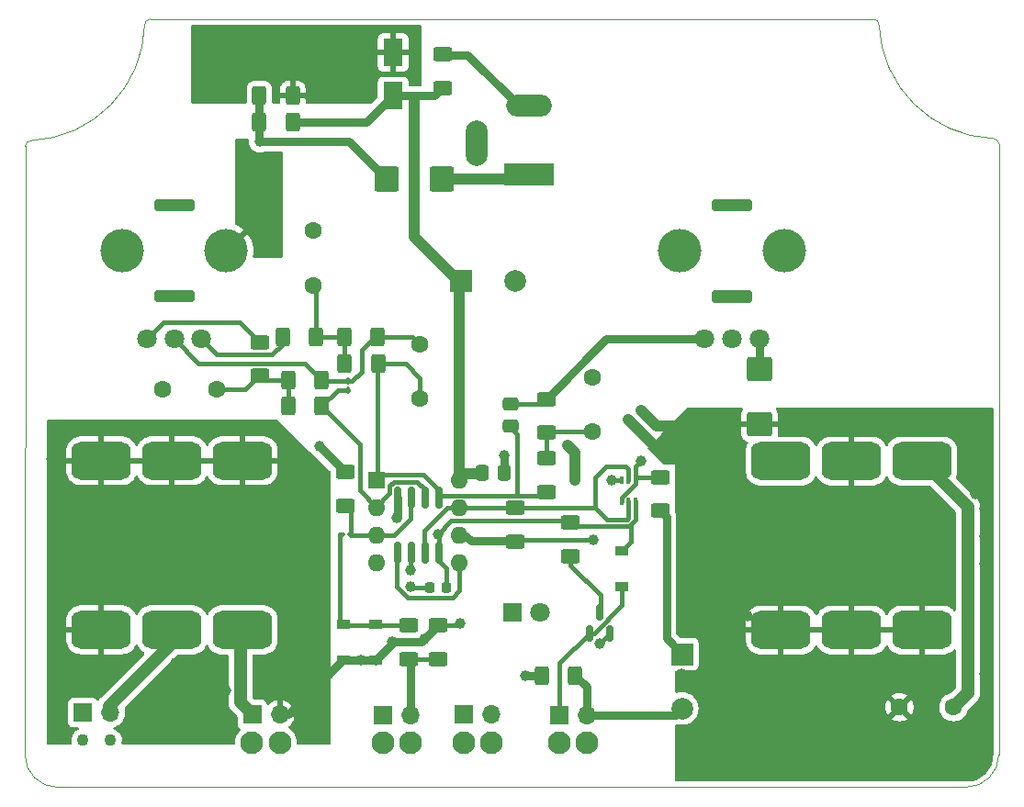
<source format=gbr>
%TF.GenerationSoftware,KiCad,Pcbnew,(6.0.0-0)*%
%TF.CreationDate,2022-01-31T16:21:43-05:00*%
%TF.ProjectId,Valve Wizard Cab Sim,56616c76-6520-4576-997a-617264204361,rev?*%
%TF.SameCoordinates,PX187ff90PY69be500*%
%TF.FileFunction,Copper,L1,Top*%
%TF.FilePolarity,Positive*%
%FSLAX46Y46*%
G04 Gerber Fmt 4.6, Leading zero omitted, Abs format (unit mm)*
G04 Created by KiCad (PCBNEW (6.0.0-0)) date 2022-01-31 16:21:43*
%MOMM*%
%LPD*%
G01*
G04 APERTURE LIST*
G04 Aperture macros list*
%AMRoundRect*
0 Rectangle with rounded corners*
0 $1 Rounding radius*
0 $2 $3 $4 $5 $6 $7 $8 $9 X,Y pos of 4 corners*
0 Add a 4 corners polygon primitive as box body*
4,1,4,$2,$3,$4,$5,$6,$7,$8,$9,$2,$3,0*
0 Add four circle primitives for the rounded corners*
1,1,$1+$1,$2,$3*
1,1,$1+$1,$4,$5*
1,1,$1+$1,$6,$7*
1,1,$1+$1,$8,$9*
0 Add four rect primitives between the rounded corners*
20,1,$1+$1,$2,$3,$4,$5,0*
20,1,$1+$1,$4,$5,$6,$7,0*
20,1,$1+$1,$6,$7,$8,$9,0*
20,1,$1+$1,$8,$9,$2,$3,0*%
G04 Aperture macros list end*
%TA.AperFunction,Profile*%
%ADD10C,0.100000*%
%TD*%
%TA.AperFunction,Profile*%
%ADD11C,0.500000*%
%TD*%
%TA.AperFunction,SMDPad,CuDef*%
%ADD12RoundRect,0.250000X0.400000X0.625000X-0.400000X0.625000X-0.400000X-0.625000X0.400000X-0.625000X0*%
%TD*%
%TA.AperFunction,SMDPad,CuDef*%
%ADD13RoundRect,0.250000X0.625000X-0.400000X0.625000X0.400000X-0.625000X0.400000X-0.625000X-0.400000X0*%
%TD*%
%TA.AperFunction,ComponentPad*%
%ADD14C,1.600000*%
%TD*%
%TA.AperFunction,SMDPad,CuDef*%
%ADD15RoundRect,0.225000X0.225000X0.250000X-0.225000X0.250000X-0.225000X-0.250000X0.225000X-0.250000X0*%
%TD*%
%TA.AperFunction,WasherPad*%
%ADD16C,2.100000*%
%TD*%
%TA.AperFunction,ComponentPad*%
%ADD17R,1.700000X1.700000*%
%TD*%
%TA.AperFunction,ComponentPad*%
%ADD18O,1.700000X1.700000*%
%TD*%
%TA.AperFunction,SMDPad,CuDef*%
%ADD19R,1.200000X0.900000*%
%TD*%
%TA.AperFunction,ComponentPad*%
%ADD20R,2.000000X2.000000*%
%TD*%
%TA.AperFunction,ComponentPad*%
%ADD21C,2.000000*%
%TD*%
%TA.AperFunction,SMDPad,CuDef*%
%ADD22RoundRect,0.250000X-0.625000X0.400000X-0.625000X-0.400000X0.625000X-0.400000X0.625000X0.400000X0*%
%TD*%
%TA.AperFunction,WasherPad*%
%ADD23C,1.100000*%
%TD*%
%TA.AperFunction,SMDPad,CuDef*%
%ADD24RoundRect,0.250000X-0.875000X-0.925000X0.875000X-0.925000X0.875000X0.925000X-0.875000X0.925000X0*%
%TD*%
%TA.AperFunction,SMDPad,CuDef*%
%ADD25RoundRect,0.250000X0.475000X-0.337500X0.475000X0.337500X-0.475000X0.337500X-0.475000X-0.337500X0*%
%TD*%
%TA.AperFunction,SMDPad,CuDef*%
%ADD26RoundRect,0.250000X-0.400000X-0.625000X0.400000X-0.625000X0.400000X0.625000X-0.400000X0.625000X0*%
%TD*%
%TA.AperFunction,SMDPad,CuDef*%
%ADD27RoundRect,0.150000X0.150000X-0.587500X0.150000X0.587500X-0.150000X0.587500X-0.150000X-0.587500X0*%
%TD*%
%TA.AperFunction,SMDPad,CuDef*%
%ADD28RoundRect,0.100000X0.100000X-0.217500X0.100000X0.217500X-0.100000X0.217500X-0.100000X-0.217500X0*%
%TD*%
%TA.AperFunction,ComponentPad*%
%ADD29R,1.600000X1.600000*%
%TD*%
%TA.AperFunction,SMDPad,CuDef*%
%ADD30RoundRect,0.162500X-0.162500X0.825000X-0.162500X-0.825000X0.162500X-0.825000X0.162500X0.825000X0*%
%TD*%
%TA.AperFunction,ComponentPad*%
%ADD31O,1.600000X1.600000*%
%TD*%
%TA.AperFunction,ComponentPad*%
%ADD32RoundRect,0.875000X-1.875000X0.875000X-1.875000X-0.875000X1.875000X-0.875000X1.875000X0.875000X0*%
%TD*%
%TA.AperFunction,SMDPad,CuDef*%
%ADD33RoundRect,0.250000X-0.925000X0.875000X-0.925000X-0.875000X0.925000X-0.875000X0.925000X0.875000X0*%
%TD*%
%TA.AperFunction,SMDPad,CuDef*%
%ADD34RoundRect,0.100000X-0.217500X-0.100000X0.217500X-0.100000X0.217500X0.100000X-0.217500X0.100000X0*%
%TD*%
%TA.AperFunction,SMDPad,CuDef*%
%ADD35RoundRect,0.250000X-0.337500X-0.475000X0.337500X-0.475000X0.337500X0.475000X-0.337500X0.475000X0*%
%TD*%
%TA.AperFunction,ComponentPad*%
%ADD36R,4.600000X2.000000*%
%TD*%
%TA.AperFunction,ComponentPad*%
%ADD37O,4.200000X2.000000*%
%TD*%
%TA.AperFunction,ComponentPad*%
%ADD38O,2.000000X4.200000*%
%TD*%
%TA.AperFunction,SMDPad,CuDef*%
%ADD39R,1.800000X2.500000*%
%TD*%
%TA.AperFunction,SMDPad,CuDef*%
%ADD40R,0.400000X0.650000*%
%TD*%
%TA.AperFunction,ComponentPad*%
%ADD41RoundRect,0.875000X1.875000X-0.875000X1.875000X0.875000X-1.875000X0.875000X-1.875000X-0.875000X0*%
%TD*%
%TA.AperFunction,ComponentPad*%
%ADD42C,1.800000*%
%TD*%
%TA.AperFunction,ComponentPad*%
%ADD43C,4.000000*%
%TD*%
%TA.AperFunction,ComponentPad*%
%ADD44R,1.800000X1.800000*%
%TD*%
%TA.AperFunction,ViaPad*%
%ADD45C,1.000000*%
%TD*%
%TA.AperFunction,Conductor*%
%ADD46C,1.000000*%
%TD*%
%TA.AperFunction,Conductor*%
%ADD47C,0.400000*%
%TD*%
%TA.AperFunction,Conductor*%
%ADD48C,0.800000*%
%TD*%
%TA.AperFunction,Conductor*%
%ADD49C,1.200000*%
%TD*%
G04 APERTURE END LIST*
D10*
X5360000Y11071320D02*
G75*
G03*
X8360000Y8071320I3000001J1D01*
G01*
X95150000Y67390000D02*
G75*
G03*
X94640000Y67900000I-510002J-2D01*
G01*
X5900624Y67700072D02*
G75*
G03*
X5390624Y67190072I2J-510002D01*
G01*
X5360000Y11071320D02*
X5390624Y67190072D01*
X16910624Y78900073D02*
G75*
G03*
X16400624Y78410696I-1J-510434D01*
G01*
X84098752Y78389376D02*
G75*
G03*
X83588752Y78899376I-510002J-2D01*
G01*
X92140000Y8071320D02*
X8360000Y8071320D01*
X5900624Y67700072D02*
G75*
G03*
X16400624Y78410696I-473508J10966267D01*
G01*
X92140000Y8071320D02*
G75*
G03*
X95140000Y11071320I-1J3000001D01*
G01*
X84098752Y78389376D02*
G75*
G03*
X94640000Y67900000I10950523J463299D01*
G01*
X95150000Y67390000D02*
X95140000Y11071320D01*
X16910624Y78900072D02*
X83588752Y78899376D01*
D11*
%TO.C,RV2*%
X68940000Y53020103D02*
X72140000Y53020103D01*
X72140000Y53020103D02*
X72140000Y53620103D01*
X72140000Y53620103D02*
X68940000Y53620103D01*
X68940000Y53620103D02*
X68940000Y53020103D01*
G36*
X68940000Y53020103D02*
G01*
X72140000Y53020103D01*
X72140000Y53620103D01*
X68940000Y53620103D01*
X68940000Y53020103D01*
G37*
X68940000Y61420103D02*
X72140000Y61420103D01*
X72140000Y61420103D02*
X72140000Y62020103D01*
X72140000Y62020103D02*
X68940000Y62020103D01*
X68940000Y62020103D02*
X68940000Y61420103D01*
G36*
X68940000Y61420103D02*
G01*
X72140000Y61420103D01*
X72140000Y62020103D01*
X68940000Y62020103D01*
X68940000Y61420103D01*
G37*
%TO.C,RV1*%
X17520000Y61430000D02*
X20720000Y61430000D01*
X20720000Y61430000D02*
X20720000Y62030000D01*
X20720000Y62030000D02*
X17520000Y62030000D01*
X17520000Y62030000D02*
X17520000Y61430000D01*
G36*
X17520000Y61430000D02*
G01*
X20720000Y61430000D01*
X20720000Y62030000D01*
X17520000Y62030000D01*
X17520000Y61430000D01*
G37*
X17520000Y53030000D02*
X20720000Y53030000D01*
X20720000Y53030000D02*
X20720000Y53630000D01*
X20720000Y53630000D02*
X17520000Y53630000D01*
X17520000Y53630000D02*
X17520000Y53030000D01*
G36*
X17520000Y53030000D02*
G01*
X20720000Y53030000D01*
X20720000Y53630000D01*
X17520000Y53630000D01*
X17520000Y53030000D01*
G37*
%TD*%
D12*
%TO.P,R17,1*%
%TO.N,FS_E*%
X56100000Y18350000D03*
%TO.P,R17,2*%
%TO.N,GND*%
X53000000Y18350000D03*
%TD*%
D13*
%TO.P,R4,1*%
%TO.N,FS_A*%
X43460000Y19905000D03*
%TO.P,R4,2*%
%TO.N,GND*%
X43460000Y23005000D03*
%TD*%
D12*
%TO.P,R10,1*%
%TO.N,Net-(C6-Pad2)*%
X37910000Y47130000D03*
%TO.P,R10,2*%
%TO.N,Net-(C7-Pad1)*%
X34810000Y47130000D03*
%TD*%
D14*
%TO.P,C6,1*%
%TO.N,Net-(C4-Pad2)*%
X41760000Y48920000D03*
%TO.P,C6,2*%
%TO.N,Net-(C6-Pad2)*%
X41760000Y43920000D03*
%TD*%
D15*
%TO.P,C14,1*%
%TO.N,9V*%
X44210000Y26455000D03*
%TO.P,C14,2*%
%TO.N,GND*%
X42660000Y26455000D03*
%TD*%
D16*
%TO.P,J5,*%
%TO.N,*%
X38390000Y12190000D03*
X40940000Y12190000D03*
D17*
%TO.P,J5,1,Pin_1*%
%TO.N,FS_CD*%
X38400000Y14750000D03*
D18*
%TO.P,J5,2,Pin_2*%
%TO.N,FS_A*%
X40940000Y14750000D03*
%TD*%
D12*
%TO.P,R2,1*%
%TO.N,9V*%
X30060000Y69380000D03*
%TO.P,R2,2*%
%TO.N,4.5V*%
X26960000Y69380000D03*
%TD*%
D13*
%TO.P,R1,1*%
%TO.N,9V*%
X43910000Y72580000D03*
%TO.P,R1,2*%
%TO.N,VIN*%
X43910000Y75680000D03*
%TD*%
D19*
%TO.P,D5,1,K*%
%TO.N,GND*%
X37710000Y19805000D03*
%TO.P,D5,2,A*%
%TO.N,Net-(C3-Pad1)*%
X37710000Y23105000D03*
%TD*%
D14*
%TO.P,C9,1*%
%TO.N,Net-(C9-Pad1)*%
X57660000Y40880000D03*
%TO.P,C9,2*%
%TO.N,GND*%
X57660000Y45880000D03*
%TD*%
D20*
%TO.P,C1,1*%
%TO.N,9V*%
X45550000Y54750000D03*
D21*
%TO.P,C1,2*%
%TO.N,GND*%
X50550000Y54750000D03*
%TD*%
D22*
%TO.P,R5,1*%
%TO.N,Net-(C3-Pad1)*%
X40710000Y23005000D03*
%TO.P,R5,2*%
%TO.N,FS_A*%
X40710000Y19905000D03*
%TD*%
D12*
%TO.P,R12,1*%
%TO.N,Net-(C7-Pad1)*%
X32210000Y49630000D03*
%TO.P,R12,2*%
%TO.N,Net-(R12-Pad2)*%
X29110000Y49630000D03*
%TD*%
D23*
%TO.P,J4,*%
%TO.N,*%
X10690000Y12390000D03*
X13240000Y12390000D03*
D17*
%TO.P,J4,1,Pin_1*%
%TO.N,BAT+*%
X10700000Y14950000D03*
D18*
%TO.P,J4,2,Pin_2*%
%TO.N,BAT-*%
X13240000Y14950000D03*
%TD*%
D22*
%TO.P,R14,1*%
%TO.N,Net-(C8-Pad2)*%
X53410000Y43880000D03*
%TO.P,R14,2*%
%TO.N,Net-(C9-Pad1)*%
X53410000Y40780000D03*
%TD*%
D24*
%TO.P,C2,1*%
%TO.N,4.5V*%
X38705000Y64161000D03*
%TO.P,C2,2*%
%TO.N,GND*%
X43805000Y64161000D03*
%TD*%
D13*
%TO.P,R6,1*%
%TO.N,Net-(C3-Pad2)*%
X34890000Y34060000D03*
%TO.P,R6,2*%
%TO.N,4.5V*%
X34890000Y37160000D03*
%TD*%
D19*
%TO.P,D2,1,K*%
%TO.N,9V*%
X60415000Y29883000D03*
%TO.P,D2,2,A*%
%TO.N,FS_F*%
X60415000Y26583000D03*
%TD*%
D16*
%TO.P,J2,*%
%TO.N,*%
X54590000Y12190000D03*
X57140000Y12190000D03*
D17*
%TO.P,J2,1,Pin_1*%
%TO.N,FS_F*%
X54600000Y14750000D03*
D18*
%TO.P,J2,2,Pin_2*%
%TO.N,FS_E*%
X57140000Y14750000D03*
%TD*%
D25*
%TO.P,C8,1*%
%TO.N,Net-(C6-Pad2)*%
X50100000Y41352500D03*
%TO.P,C8,2*%
%TO.N,Net-(C8-Pad2)*%
X50100000Y43427500D03*
%TD*%
D26*
%TO.P,R7,1*%
%TO.N,Net-(C5-Pad1)*%
X29610000Y43222500D03*
%TO.P,R7,2*%
%TO.N,Net-(C4-Pad1)*%
X32710000Y43222500D03*
%TD*%
D22*
%TO.P,R18,1*%
%TO.N,9V*%
X55660000Y32476000D03*
%TO.P,R18,2*%
%TO.N,Net-(Q3-Pad3)*%
X55660000Y29376000D03*
%TD*%
D26*
%TO.P,R3,1*%
%TO.N,4.5V*%
X26960000Y71830000D03*
%TO.P,R3,2*%
%TO.N,GND*%
X30060000Y71830000D03*
%TD*%
D27*
%TO.P,Q3,1,G*%
%TO.N,FS_F*%
X57383000Y22288500D03*
%TO.P,Q3,2,S*%
%TO.N,Net-(D3-Pad2)*%
X59283000Y22288500D03*
%TO.P,Q3,3,D*%
%TO.N,Net-(Q3-Pad3)*%
X58333000Y24163500D03*
%TD*%
D28*
%TO.P,C4,1*%
%TO.N,Net-(C4-Pad1)*%
X35160000Y44722500D03*
%TO.P,C4,2*%
%TO.N,Net-(C4-Pad2)*%
X35160000Y45537500D03*
%TD*%
D29*
%TO.P,U1,1*%
%TO.N,Net-(C6-Pad2)*%
X37810000Y36430000D03*
D30*
X43520693Y34799307D03*
D31*
%TO.P,U1,2,-*%
%TO.N,Net-(C4-Pad1)*%
X37810000Y33890000D03*
D30*
X42250693Y34799307D03*
%TO.P,U1,3,+*%
%TO.N,Net-(C3-Pad2)*%
X40980693Y34799307D03*
D31*
X37810000Y31350000D03*
%TO.P,U1,4,V-*%
%TO.N,GND*%
X37810000Y28810000D03*
D30*
X39710693Y34799307D03*
D31*
%TO.P,U1,5,+*%
%TO.N,Net-(RV2-Pad2)*%
X45430000Y28810000D03*
D30*
X39710693Y29724307D03*
D31*
%TO.P,U1,6,-*%
%TO.N,Net-(Q2-Pad1)*%
X45430000Y31350000D03*
D30*
X40980693Y29724307D03*
%TO.P,U1,7*%
%TO.N,Net-(Q2-Pad2)*%
X42250693Y29724307D03*
D31*
X45430000Y33890000D03*
D30*
%TO.P,U1,8,V+*%
%TO.N,9V*%
X43520693Y29724307D03*
D31*
X45430000Y36430000D03*
%TD*%
D26*
%TO.P,R9,1*%
%TO.N,Net-(C7-Pad1)*%
X34770000Y49590000D03*
%TO.P,R9,2*%
%TO.N,Net-(C4-Pad2)*%
X37870000Y49590000D03*
%TD*%
D32*
%TO.P,J11,R*%
%TO.N,GND*%
X81565000Y38149000D03*
%TO.P,J11,RN*%
X81565000Y22564000D03*
%TO.P,J11,S*%
%TO.N,/Sleeve*%
X88065000Y38149000D03*
%TO.P,J11,SN*%
%TO.N,GND*%
X88065000Y22564000D03*
%TO.P,J11,T*%
%TO.N,FS_CD*%
X75065000Y38149000D03*
%TO.P,J11,TN*%
%TO.N,GND*%
X75065000Y22564000D03*
%TD*%
D14*
%TO.P,C12,1*%
%TO.N,/Sleeve*%
X90971000Y15458000D03*
%TO.P,C12,2*%
%TO.N,GND*%
X85971000Y15458000D03*
%TD*%
D12*
%TO.P,R8,1*%
%TO.N,Net-(C4-Pad2)*%
X32710000Y45630000D03*
%TO.P,R8,2*%
%TO.N,Net-(C5-Pad1)*%
X29610000Y45630000D03*
%TD*%
D33*
%TO.P,C10,1*%
%TO.N,Net-(C10-Pad1)*%
X73060000Y46650000D03*
%TO.P,C10,2*%
%TO.N,GND*%
X73060000Y41550000D03*
%TD*%
D22*
%TO.P,R11,1*%
%TO.N,Net-(R11-Pad1)*%
X27010000Y49120000D03*
%TO.P,R11,2*%
%TO.N,Net-(C5-Pad1)*%
X27010000Y46020000D03*
%TD*%
D13*
%TO.P,R16,1*%
%TO.N,Net-(C11-Pad1)*%
X63910000Y33580000D03*
%TO.P,R16,2*%
%TO.N,Net-(Q2-Pad1)*%
X63910000Y36680000D03*
%TD*%
D16*
%TO.P,J6,*%
%TO.N,*%
X48380000Y12210000D03*
X45830000Y12210000D03*
D17*
%TO.P,J6,1,Pin_1*%
%TO.N,GND*%
X45840000Y14770000D03*
D18*
%TO.P,J6,2,Pin_2*%
X48380000Y14770000D03*
%TD*%
D34*
%TO.P,C3,1*%
%TO.N,Net-(C3-Pad1)*%
X34570000Y31380000D03*
%TO.P,C3,2*%
%TO.N,Net-(C3-Pad2)*%
X35385000Y31380000D03*
%TD*%
D22*
%TO.P,R13,1*%
%TO.N,Net-(C9-Pad1)*%
X53410000Y38380000D03*
%TO.P,R13,2*%
%TO.N,Net-(C6-Pad2)*%
X53410000Y35280000D03*
%TD*%
D35*
%TO.P,C13,1*%
%TO.N,9V*%
X47485000Y37030000D03*
%TO.P,C13,2*%
%TO.N,GND*%
X49560000Y37030000D03*
%TD*%
D20*
%TO.P,C11,1*%
%TO.N,Net-(C11-Pad1)*%
X65949000Y20340000D03*
D21*
%TO.P,C11,2*%
%TO.N,FS_E*%
X65949000Y15340000D03*
%TD*%
D13*
%TO.P,R15,1*%
%TO.N,Net-(Q2-Pad1)*%
X50533000Y30747000D03*
%TO.P,R15,2*%
%TO.N,Net-(Q2-Pad2)*%
X50533000Y33847000D03*
%TD*%
D14*
%TO.P,C7,1*%
%TO.N,Net-(C7-Pad1)*%
X31910000Y54380000D03*
%TO.P,C7,2*%
%TO.N,GND*%
X31910000Y59380000D03*
%TD*%
D36*
%TO.P,J3,1*%
%TO.N,GND*%
X51835000Y64600000D03*
D37*
%TO.P,J3,2*%
%TO.N,VIN*%
X51835000Y70900000D03*
D38*
%TO.P,J3,3*%
%TO.N,BAT+*%
X47035000Y67500000D03*
%TD*%
D19*
%TO.P,D4,1,K*%
%TO.N,Net-(C3-Pad1)*%
X34710000Y23105000D03*
%TO.P,D4,2,A*%
%TO.N,GND*%
X34710000Y19805000D03*
%TD*%
D14*
%TO.P,C5,1*%
%TO.N,Net-(C5-Pad1)*%
X23010000Y44772500D03*
%TO.P,C5,2*%
%TO.N,GND*%
X18010000Y44772500D03*
%TD*%
D39*
%TO.P,D1,1,K*%
%TO.N,9V*%
X39310000Y71830000D03*
%TO.P,D1,2,A*%
%TO.N,GND*%
X39310000Y75830000D03*
%TD*%
D16*
%TO.P,J1,*%
%TO.N,*%
X28850000Y12210000D03*
X26300000Y12210000D03*
D17*
%TO.P,J1,1,Pin_1*%
%TO.N,IN_T*%
X26310000Y14770000D03*
D18*
%TO.P,J1,2,Pin_2*%
%TO.N,GND*%
X28850000Y14770000D03*
%TD*%
D40*
%TO.P,Q2,1,E1*%
%TO.N,Net-(Q2-Pad1)*%
X61665000Y36353000D03*
%TO.P,Q2,2,B1*%
%TO.N,Net-(Q2-Pad2)*%
X61015000Y36353000D03*
%TO.P,Q2,3,C2*%
%TO.N,GND*%
X60365000Y36353000D03*
%TO.P,Q2,4,E2*%
%TO.N,Net-(Q2-Pad1)*%
X60365000Y34453000D03*
%TO.P,Q2,5,B2*%
%TO.N,Net-(Q2-Pad2)*%
X61015000Y34453000D03*
%TO.P,Q2,6,C1*%
%TO.N,9V*%
X61665000Y34453000D03*
%TD*%
D41*
%TO.P,J10,R*%
%TO.N,BAT-*%
X18915000Y22599000D03*
%TO.P,J10,RN*%
%TO.N,GND*%
X18915000Y38184000D03*
%TO.P,J10,S*%
X12415000Y22599000D03*
%TO.P,J10,SN*%
X12415000Y38184000D03*
%TO.P,J10,T*%
%TO.N,IN_T*%
X25415000Y22599000D03*
%TO.P,J10,TN*%
%TO.N,GND*%
X25415000Y38184000D03*
%TD*%
D42*
%TO.P,RV2,1,1*%
%TO.N,Net-(C8-Pad2)*%
X68040000Y49390103D03*
%TO.P,RV2,2,2*%
%TO.N,Net-(RV2-Pad2)*%
X70540000Y49390103D03*
%TO.P,RV2,3,3*%
%TO.N,Net-(C10-Pad1)*%
X73040000Y49390103D03*
D43*
%TO.P,RV2,MP,MountPin*%
%TO.N,GND*%
X75340000Y57520103D03*
X65740000Y57520103D03*
%TD*%
D44*
%TO.P,D3,1,K*%
%TO.N,GND*%
X50275000Y24200000D03*
D42*
%TO.P,D3,2,A*%
%TO.N,Net-(D3-Pad2)*%
X52815000Y24200000D03*
%TD*%
%TO.P,RV1,1,1*%
%TO.N,Net-(R11-Pad1)*%
X16620000Y49400000D03*
%TO.P,RV1,2,2*%
%TO.N,Net-(C4-Pad2)*%
X19120000Y49400000D03*
%TO.P,RV1,3,3*%
%TO.N,Net-(R12-Pad2)*%
X21620000Y49400000D03*
D43*
%TO.P,RV1,MP,MountPin*%
%TO.N,GND*%
X23920000Y57530000D03*
X14320000Y57530000D03*
%TD*%
D45*
%TO.N,9V*%
X43410000Y31380000D03*
%TO.N,4.5V*%
X32520000Y39520000D03*
X27038000Y67603000D03*
%TO.N,Net-(D3-Pad2)*%
X58350000Y21350000D03*
%TO.N,GND*%
X36410000Y76130000D03*
X68390000Y38860000D03*
X81090000Y28700000D03*
X32980000Y30990000D03*
X25300000Y62850000D03*
X65850000Y36320000D03*
X93790000Y28700000D03*
X28400000Y60550000D03*
X89300000Y33350000D03*
X88710000Y16000000D03*
X13630000Y41250000D03*
X86170000Y10920000D03*
X26740000Y25620000D03*
X91250000Y41400000D03*
X24420000Y31400000D03*
X11720000Y17980000D03*
X15250000Y31670000D03*
X90471499Y18540000D03*
X7800000Y38330000D03*
X27600000Y34390000D03*
X32770000Y20930000D03*
X19240000Y25560000D03*
X68390000Y23620000D03*
X26140000Y28150000D03*
X28300000Y64400000D03*
X31660000Y29150000D03*
X68173089Y16519439D03*
X65850000Y31240000D03*
X15850000Y35550000D03*
X13100000Y32300000D03*
X90471499Y26532879D03*
X73470000Y18540000D03*
X23915500Y17020000D03*
X81090000Y18540000D03*
X33375000Y18525000D03*
X25400000Y64500000D03*
X88710000Y26160000D03*
X76010000Y10920000D03*
X92956619Y35095152D03*
X19370000Y29870000D03*
X26640000Y41260000D03*
X73677131Y13419428D03*
X10810000Y25620000D03*
X65850000Y28700000D03*
X62150000Y42850000D03*
X78550000Y31240000D03*
X42200000Y21700000D03*
X16370000Y14550000D03*
X93790000Y13460000D03*
X11350000Y30900000D03*
X19800000Y41430000D03*
X8110000Y34160000D03*
X76010000Y18540000D03*
X11740000Y28410000D03*
X90471499Y29304529D03*
X19700000Y14550000D03*
X68390000Y33780000D03*
X63400000Y39550000D03*
X19230000Y19520000D03*
X14590000Y25420000D03*
X76010000Y28700000D03*
X78550000Y41400000D03*
X93928886Y20941114D03*
X49517000Y38647000D03*
X28250000Y66150000D03*
X25480000Y33060000D03*
X7960000Y40380000D03*
X88710000Y41400000D03*
X31330000Y38250000D03*
X24420000Y26020000D03*
X69000500Y18698972D03*
X27800000Y32060000D03*
X45460000Y23205000D03*
X8050000Y22700000D03*
X15650000Y41080000D03*
X93790000Y31240000D03*
X93790000Y36320000D03*
X81090000Y10920000D03*
X24680000Y27420000D03*
X83630000Y18540000D03*
X17340000Y41110000D03*
X88710000Y13460000D03*
X81090000Y16000000D03*
X8090000Y35890000D03*
X13930000Y28410000D03*
X11530000Y34870000D03*
X32160000Y71880000D03*
X11520000Y41150000D03*
X23020000Y28010000D03*
X10000000Y29250000D03*
X29174000Y75887000D03*
X55350000Y39600000D03*
X71999500Y23831493D03*
X27588886Y75951114D03*
X65850000Y33780000D03*
X32760000Y22920000D03*
X81090000Y13460000D03*
X91250000Y10920000D03*
X8050000Y13100000D03*
X9120000Y31140000D03*
X12600000Y25760000D03*
X88710000Y10920000D03*
X90471499Y32010025D03*
X78550000Y33780000D03*
X15520000Y27020000D03*
X65850000Y26160000D03*
X11300000Y33380000D03*
X20830000Y17250000D03*
X86170000Y41400000D03*
X10740000Y27080000D03*
X81090000Y33780000D03*
X88710000Y28700000D03*
X24330000Y41180000D03*
X60950000Y42000000D03*
X30780000Y36500000D03*
X25940000Y35050000D03*
X88710000Y31240000D03*
X69928175Y9381825D03*
X83630000Y26160000D03*
X29100000Y18150000D03*
X78550000Y18540000D03*
X27740000Y27280000D03*
X8100000Y20450000D03*
X68390000Y21080000D03*
X18110000Y31670000D03*
X19240000Y33260000D03*
X32930000Y26760000D03*
X93790000Y18540000D03*
X31460000Y19570000D03*
X65850000Y23620000D03*
X78550000Y26160000D03*
X70930000Y36320000D03*
X21030000Y28480000D03*
X83630000Y10920000D03*
X40910000Y26555000D03*
X93790000Y38860000D03*
X8500000Y17200000D03*
X93790000Y10960000D03*
X26080000Y30870000D03*
X32688000Y75939000D03*
X76010000Y41400000D03*
X51500000Y18350000D03*
X31530000Y32510000D03*
X68390000Y36320000D03*
X23550000Y34850000D03*
X83630000Y33780000D03*
X16850000Y25620000D03*
X91250000Y13460000D03*
X73823101Y33684046D03*
X73470000Y16000000D03*
X15980000Y28280000D03*
X18310000Y28150000D03*
X71999500Y30196060D03*
X20300000Y26690000D03*
X32850000Y33960000D03*
X73470000Y28700000D03*
X36660000Y72130000D03*
X28350000Y62650000D03*
X78550000Y16000000D03*
X20500000Y31730000D03*
X32520000Y36400000D03*
X21960000Y29670000D03*
X22080000Y41080000D03*
X22290000Y25230000D03*
X28160000Y74630000D03*
X8350000Y27650000D03*
X13260000Y29870000D03*
X8090000Y30280000D03*
X76010000Y31240000D03*
X31190000Y24750000D03*
X73470000Y31240000D03*
X68390000Y41400000D03*
X73470000Y10920000D03*
X24660000Y71880000D03*
X31290000Y21820000D03*
X9120545Y19183317D03*
X15140000Y12730000D03*
X76010000Y26160000D03*
X31070000Y34820000D03*
X9450000Y33260000D03*
X73470000Y26160000D03*
X17780000Y27080000D03*
X86170000Y18540000D03*
X21560000Y34990000D03*
X71198175Y10651825D03*
X36310000Y19805000D03*
X26871396Y19707267D03*
X30910000Y75880000D03*
X70930000Y41400000D03*
X21230000Y33330000D03*
X65850000Y41400000D03*
X93988659Y26282491D03*
X23090000Y33060000D03*
X25350000Y67250000D03*
X25450000Y66050000D03*
X23240000Y19350000D03*
X19370000Y35050000D03*
X13530000Y27220000D03*
X65850000Y18540000D03*
X8070000Y32290000D03*
X31000000Y16150000D03*
X94066946Y23479175D03*
X86300000Y13250000D03*
X83630000Y28700000D03*
X14860000Y30010000D03*
X16910000Y33190000D03*
X25400000Y61100000D03*
X29910000Y74630000D03*
X24483886Y73306114D03*
X81090000Y26160000D03*
X93790000Y16000000D03*
X9230000Y41340000D03*
X56050000Y36400000D03*
X13823099Y19385870D03*
X86408000Y30579000D03*
X70930000Y38860000D03*
X39250000Y21450000D03*
X23950000Y29410000D03*
X76010000Y16000000D03*
X83630000Y31240000D03*
X83630000Y41400000D03*
X59410000Y36380000D03*
X88710000Y18540000D03*
X76010000Y13460000D03*
X68390000Y26160000D03*
X78550000Y10920000D03*
X18049962Y16894616D03*
X27270000Y29340000D03*
X22700000Y14440000D03*
X65850000Y38860000D03*
X71999500Y27464977D03*
X26660000Y74630000D03*
X22090000Y31400000D03*
X81090000Y41400000D03*
X31370000Y13080000D03*
X68390000Y31240000D03*
X83630000Y16000000D03*
X29610000Y39220000D03*
X83630000Y13460000D03*
X39660000Y32880000D03*
X70079553Y34859904D03*
X17500000Y34800000D03*
X16850000Y29810000D03*
X76010000Y33780000D03*
X68390000Y28700000D03*
X21030000Y12630000D03*
X8450000Y25050000D03*
X78550000Y13460000D03*
X14700000Y33800000D03*
X31160000Y73880000D03*
X78550000Y28700000D03*
X32550000Y14980000D03*
X9550000Y34920000D03*
X13160000Y35040000D03*
X32150000Y17250000D03*
X93790000Y41400000D03*
X17710000Y12590000D03*
X22690000Y26620000D03*
X93790000Y33780000D03*
%TO.N,Net-(Q2-Pad1)*%
X57732000Y30873000D03*
X40910000Y28130000D03*
X62160000Y38130000D03*
%TD*%
D46*
%TO.N,9V*%
X41250000Y71700000D02*
X41250000Y58850000D01*
D47*
X43410000Y31380000D02*
X44660000Y32630000D01*
X61110000Y32180978D02*
X61234511Y32305489D01*
X55955022Y32180978D02*
X61110000Y32180978D01*
X60415000Y29883000D02*
X61234511Y30702511D01*
X44210000Y28230000D02*
X43520693Y28919307D01*
D48*
X36860000Y69380000D02*
X39310000Y71830000D01*
D46*
X45350000Y54750000D02*
X45450000Y54750000D01*
X45430000Y36592000D02*
X45834000Y36996000D01*
D48*
X30060000Y69380000D02*
X36860000Y69380000D01*
D47*
X43520693Y31269307D02*
X43410000Y31380000D01*
D46*
X45430000Y36430000D02*
X45430000Y54730000D01*
X41250000Y58850000D02*
X45350000Y54750000D01*
D47*
X55660000Y32680000D02*
X55660000Y32380000D01*
X44660000Y32630000D02*
X55506000Y32630000D01*
X61234511Y30702511D02*
X61234511Y32305489D01*
D46*
X41300000Y71721000D02*
X41307000Y71728000D01*
D47*
X55506000Y32630000D02*
X55955022Y32180978D01*
D48*
X42594000Y71830000D02*
X43110000Y71830000D01*
D47*
X44210000Y26430000D02*
X44210000Y28230000D01*
D46*
X45834000Y36996000D02*
X47485000Y36996000D01*
D47*
X61665000Y32735978D02*
X61665000Y34453000D01*
X61234511Y32305489D02*
X61665000Y32735978D01*
D48*
X39310000Y71830000D02*
X42594000Y71830000D01*
D47*
X43520693Y28919307D02*
X43520693Y31269307D01*
D48*
X43110000Y71830000D02*
X43910000Y72630000D01*
%TO.N,4.5V*%
X34890000Y37160000D02*
X32530000Y39520000D01*
X26960000Y71780000D02*
X26910000Y71830000D01*
X27038000Y67603000D02*
X35263000Y67603000D01*
X26960000Y67681000D02*
X27038000Y67603000D01*
X26960000Y69380000D02*
X26960000Y67681000D01*
X32530000Y39520000D02*
X32520000Y39520000D01*
X26960000Y69380000D02*
X26960000Y71780000D01*
X35263000Y67603000D02*
X38705000Y64161000D01*
D47*
%TO.N,Net-(C3-Pad2)*%
X34890000Y34060000D02*
X35410000Y33540000D01*
X35410000Y33540000D02*
X35410000Y31380000D01*
X40910000Y32857912D02*
X40910000Y34880000D01*
X39402088Y31350000D02*
X40910000Y32857912D01*
X35440000Y31350000D02*
X37810000Y31350000D01*
X35410000Y31380000D02*
X35440000Y31350000D01*
X37810000Y31350000D02*
X39402088Y31350000D01*
%TO.N,Net-(C3-Pad1)*%
X34710000Y23080000D02*
X34410000Y23380000D01*
X34910000Y23005000D02*
X34710000Y23205000D01*
X34410000Y31220000D02*
X34570000Y31380000D01*
X34410000Y23380000D02*
X34410000Y31220000D01*
X40710000Y23005000D02*
X34910000Y23005000D01*
%TO.N,Net-(C4-Pad2)*%
X36380000Y46410000D02*
X36380000Y48370000D01*
X36380000Y48370000D02*
X37600000Y49590000D01*
X37870000Y49590000D02*
X41090000Y49590000D01*
X32710000Y45630000D02*
X32820000Y45520000D01*
X37600000Y49590000D02*
X37870000Y49590000D01*
X19120000Y49400000D02*
X21370000Y47150000D01*
X35142500Y45520000D02*
X35160000Y45537500D01*
X35160000Y45537500D02*
X35507500Y45537500D01*
X35507500Y45537500D02*
X36380000Y46410000D01*
X31190000Y47150000D02*
X32710000Y45630000D01*
X21370000Y47150000D02*
X31190000Y47150000D01*
X41090000Y49590000D02*
X41760000Y48920000D01*
X32820000Y45520000D02*
X35142500Y45520000D01*
%TO.N,Net-(C4-Pad1)*%
X36260000Y35440000D02*
X36260000Y39672500D01*
X32732500Y43222500D02*
X34232500Y44722500D01*
X42250693Y34799307D02*
X42250693Y35549307D01*
X41540000Y36260000D02*
X39389070Y36260000D01*
X38986173Y35206173D02*
X37660000Y33880000D01*
X36260000Y39672500D02*
X32710000Y43222500D01*
X42250693Y35549307D02*
X41540000Y36260000D01*
X38986173Y35857103D02*
X38986173Y35206173D01*
X39389070Y36260000D02*
X38986173Y35857103D01*
X34232500Y44722500D02*
X35160000Y44722500D01*
X32710000Y43222500D02*
X32732500Y43222500D01*
X37810000Y33890000D02*
X36260000Y35440000D01*
%TO.N,Net-(C5-Pad1)*%
X23010000Y44772500D02*
X25672500Y44772500D01*
X27010000Y46020000D02*
X27400000Y45630000D01*
X26920000Y46020000D02*
X27010000Y46020000D01*
X29610000Y43222500D02*
X29610000Y45630000D01*
X27400000Y45630000D02*
X29610000Y45630000D01*
X25672500Y44772500D02*
X26920000Y46020000D01*
%TO.N,Net-(C6-Pad2)*%
X43520693Y34799307D02*
X43520693Y35479307D01*
X37810000Y36430000D02*
X37833000Y36453000D01*
X43520693Y34799307D02*
X43710897Y34989511D01*
X38180000Y36900000D02*
X37660000Y36380000D01*
X43710897Y34989511D02*
X53019511Y34989511D01*
X40450000Y47130000D02*
X41760000Y45820000D01*
X50100000Y41267862D02*
X50710000Y40657862D01*
X37833000Y36453000D02*
X37833000Y47156000D01*
X50710000Y40657862D02*
X50710000Y35100000D01*
X50100000Y41352500D02*
X50100000Y41267862D01*
X53019511Y34989511D02*
X53410000Y35380000D01*
X41760000Y45820000D02*
X41760000Y43920000D01*
X43520693Y35479307D02*
X42100000Y36900000D01*
X42100000Y36900000D02*
X38180000Y36900000D01*
X37910000Y47130000D02*
X40450000Y47130000D01*
%TO.N,Net-(C7-Pad1)*%
X32200000Y49640000D02*
X32210000Y49630000D01*
X34912000Y47537000D02*
X34912000Y47029000D01*
X32210000Y49630000D02*
X34730000Y49630000D01*
X31910000Y54380000D02*
X32200000Y54090000D01*
X34770000Y47679000D02*
X34912000Y47537000D01*
X34770000Y49590000D02*
X34770000Y47679000D01*
X34730000Y49630000D02*
X34770000Y49590000D01*
X32200000Y54090000D02*
X32200000Y49640000D01*
%TO.N,Net-(C8-Pad2)*%
X53410000Y43880000D02*
X52957500Y43427500D01*
D48*
X53410000Y43880000D02*
X58930000Y49400000D01*
X58930000Y49400000D02*
X68050000Y49400000D01*
D47*
X52957500Y43427500D02*
X50100000Y43427500D01*
%TO.N,Net-(C9-Pad1)*%
X53410000Y40880000D02*
X57660000Y40880000D01*
X53410000Y38380000D02*
X53410000Y40880000D01*
D48*
%TO.N,Net-(C10-Pad1)*%
X73060000Y46650000D02*
X73060000Y49390000D01*
X73060000Y49390000D02*
X73050000Y49400000D01*
%TO.N,Net-(C11-Pad1)*%
X64495000Y21794000D02*
X64495000Y32995000D01*
X65949000Y20340000D02*
X64495000Y21794000D01*
X64495000Y32995000D02*
X63910000Y33580000D01*
D47*
%TO.N,Net-(D3-Pad2)*%
X59283000Y22283000D02*
X58350000Y21350000D01*
X59283000Y22288500D02*
X59283000Y22283000D01*
%TO.N,Net-(Q3-Pad3)*%
X55660000Y28552000D02*
X55660000Y29376000D01*
X58399000Y25813000D02*
X55660000Y28552000D01*
X58399000Y24229500D02*
X58399000Y25813000D01*
X58333000Y24163500D02*
X58399000Y24229500D01*
D49*
%TO.N,/Sleeve*%
X92300000Y16787000D02*
X92300000Y33914000D01*
X92300000Y33914000D02*
X88065000Y38149000D01*
X90971000Y15458000D02*
X92300000Y16787000D01*
D47*
%TO.N,GND*%
X40985000Y26480000D02*
X40910000Y26555000D01*
D48*
X34655000Y19805000D02*
X33375000Y18525000D01*
X39405000Y21500000D02*
X37710000Y19805000D01*
D46*
X51041000Y64161000D02*
X51835000Y64955000D01*
D48*
X33375000Y18525000D02*
X32350000Y17500000D01*
D47*
X43460000Y23005000D02*
X45260000Y23005000D01*
D48*
X31350000Y16500000D02*
X29620000Y14770000D01*
X53000000Y18350000D02*
X51500000Y18350000D01*
D46*
X62150000Y42850000D02*
X63600000Y41400000D01*
D47*
X60160000Y36380000D02*
X59410000Y36380000D01*
X45260000Y23005000D02*
X45460000Y23205000D01*
D48*
X34710000Y19805000D02*
X36310000Y19805000D01*
X43460000Y23005000D02*
X41955000Y21500000D01*
D46*
X63600000Y41400000D02*
X65850000Y41400000D01*
D48*
X32350000Y17500000D02*
X31350000Y16500000D01*
X37610000Y19805000D02*
X37710000Y19705000D01*
X29620000Y14770000D02*
X28850000Y14770000D01*
X34710000Y19805000D02*
X34655000Y19805000D01*
D47*
X42685000Y26480000D02*
X40985000Y26480000D01*
D48*
X39710693Y34799307D02*
X39710693Y32930693D01*
X41955000Y21500000D02*
X39405000Y21500000D01*
D46*
X43805000Y64161000D02*
X51041000Y64161000D01*
D48*
X49560000Y37030000D02*
X49560000Y38604000D01*
X49560000Y38604000D02*
X49517000Y38647000D01*
D46*
X55350000Y39600000D02*
X56050000Y38900000D01*
D48*
X39710693Y32930693D02*
X39660000Y32880000D01*
X36310000Y19805000D02*
X37610000Y19805000D01*
D46*
X56050000Y38900000D02*
X56050000Y36400000D01*
X60950000Y42000000D02*
X63400000Y39550000D01*
D47*
X37710000Y19805000D02*
X34710000Y19805000D01*
D48*
%TO.N,VIN*%
X52135000Y71330000D02*
X50460000Y71330000D01*
X46160000Y75630000D02*
X43910000Y75630000D01*
X50460000Y71330000D02*
X46160000Y75630000D01*
%TO.N,FS_E*%
X57140000Y17310000D02*
X57140000Y14750000D01*
X65359000Y14750000D02*
X65949000Y15340000D01*
X56100000Y18350000D02*
X57140000Y17310000D01*
X57140000Y14750000D02*
X65359000Y14750000D01*
D47*
%TO.N,FS_F*%
X57831217Y22288500D02*
X60415000Y24872283D01*
X57383000Y22288500D02*
X57831217Y22288500D01*
X60415000Y24872283D02*
X60415000Y26583000D01*
X54600000Y14750000D02*
X54600000Y19505500D01*
X54600000Y19505500D02*
X57383000Y22288500D01*
D49*
%TO.N,IN_T*%
X25215000Y15915000D02*
X25215000Y22499000D01*
X26230000Y14900000D02*
X25215000Y15915000D01*
%TO.N,BAT-*%
X13150000Y14920000D02*
X13150000Y15575000D01*
X18715000Y21140000D02*
X18715000Y22499000D01*
X13150000Y15575000D02*
X18715000Y21140000D01*
D48*
%TO.N,FS_A*%
X40760000Y19930000D02*
X40910000Y19780000D01*
X40910000Y19780000D02*
X40910000Y14996000D01*
X40910000Y14996000D02*
X41008000Y14898000D01*
D47*
X40910000Y19905000D02*
X40710000Y19705000D01*
X43460000Y19905000D02*
X40910000Y19905000D01*
D48*
%TO.N,Net-(Q2-Pad1)*%
X46517000Y30773000D02*
X50507000Y30773000D01*
D47*
X61660000Y36630000D02*
X61660000Y37630000D01*
X57725000Y30880000D02*
X57732000Y30873000D01*
X50533000Y30747000D02*
X50666000Y30880000D01*
D48*
X50507000Y30773000D02*
X50533000Y30747000D01*
D47*
X63910000Y36680000D02*
X61710000Y36680000D01*
X62160000Y38130000D02*
X61660000Y37630000D01*
X60365000Y34753000D02*
X61665000Y36053000D01*
X61710000Y36680000D02*
X61660000Y36630000D01*
X40980693Y29724307D02*
X40910000Y29653614D01*
X60365000Y34453000D02*
X60365000Y34753000D01*
X40910000Y29653614D02*
X40910000Y28130000D01*
D48*
X45430000Y31350000D02*
X45940000Y31350000D01*
D47*
X50666000Y30880000D02*
X57725000Y30880000D01*
D48*
X45940000Y31350000D02*
X46517000Y30773000D01*
D47*
X61665000Y36053000D02*
X61665000Y36353000D01*
%TO.N,Net-(Q2-Pad2)*%
X61015000Y37384022D02*
X60759511Y37639511D01*
X60859511Y32780489D02*
X59009511Y32780489D01*
X61015000Y32935978D02*
X60859511Y32780489D01*
X61015000Y36353000D02*
X61015000Y37384022D01*
X61015000Y34453000D02*
X61015000Y32935978D01*
X45430000Y33890000D02*
X44298630Y33890000D01*
X60759511Y37639511D02*
X58919511Y37639511D01*
X44298630Y33890000D02*
X42160000Y31751370D01*
X59009511Y32780489D02*
X57860000Y33930000D01*
X45430000Y33890000D02*
X57920000Y33890000D01*
X42160000Y30130000D02*
X42160000Y29880000D01*
X42160000Y31751370D02*
X42160000Y30130000D01*
X57910000Y36630000D02*
X57910000Y33880000D01*
X58919511Y37639511D02*
X57910000Y36630000D01*
%TO.N,Net-(R11-Pad1)*%
X18170000Y50950000D02*
X25180000Y50950000D01*
X16620000Y49400000D02*
X18170000Y50950000D01*
X25180000Y50950000D02*
X27010000Y49120000D01*
%TO.N,Net-(R12-Pad2)*%
X28100000Y47950000D02*
X29110000Y48960000D01*
X21620000Y49400000D02*
X23070000Y47950000D01*
X23070000Y47950000D02*
X28100000Y47950000D01*
X29110000Y48960000D02*
X29110000Y49630000D01*
%TO.N,Net-(RV2-Pad2)*%
X45430000Y28810000D02*
X45430000Y26225000D01*
X39660000Y26532912D02*
X39660000Y29630000D01*
X44785480Y25580480D02*
X40612432Y25580480D01*
X40612432Y25580480D02*
X39660000Y26532912D01*
X45430000Y26225000D02*
X44785480Y25580480D01*
%TD*%
%TA.AperFunction,Conductor*%
%TO.N,GND*%
G36*
X25978035Y67829998D02*
G01*
X26024528Y67776342D01*
X26035129Y67709956D01*
X26024719Y67617149D01*
X26041268Y67420066D01*
X26095783Y67229950D01*
X26186187Y67054044D01*
X26309035Y66899047D01*
X26459650Y66770864D01*
X26632294Y66674376D01*
X26820392Y66613260D01*
X27016777Y66589842D01*
X27022912Y66590314D01*
X27022914Y66590314D01*
X27207830Y66604543D01*
X27207834Y66604544D01*
X27213972Y66605016D01*
X27404463Y66658202D01*
X27449529Y66680967D01*
X27506338Y66694500D01*
X29024000Y66694500D01*
X29092121Y66674498D01*
X29138614Y66620842D01*
X29150000Y66568500D01*
X29150000Y57046000D01*
X29129998Y56977879D01*
X29076342Y56931386D01*
X29024000Y56920000D01*
X26509169Y56920000D01*
X26441048Y56940002D01*
X26394555Y56993658D01*
X26385401Y57069610D01*
X26412400Y57211145D01*
X26413393Y57219006D01*
X26432710Y57526042D01*
X26432710Y57533958D01*
X26413393Y57840994D01*
X26412400Y57848855D01*
X26354754Y58151046D01*
X26352783Y58158723D01*
X26257716Y58451309D01*
X26254801Y58458672D01*
X26123811Y58737041D01*
X26119999Y58743974D01*
X25955149Y59003736D01*
X25950505Y59010129D01*
X25875503Y59100790D01*
X25862986Y59109245D01*
X25852248Y59103038D01*
X24700000Y57950790D01*
X24700000Y58669210D01*
X25494666Y59463876D01*
X25501279Y59475987D01*
X25492452Y59487605D01*
X25269719Y59649430D01*
X25263039Y59653670D01*
X24993428Y59801890D01*
X24986293Y59805247D01*
X24779616Y59887077D01*
X24723642Y59930752D01*
X24700000Y60004229D01*
X24700000Y67724000D01*
X24720002Y67792121D01*
X24773658Y67838614D01*
X24826000Y67850000D01*
X25909914Y67850000D01*
X25978035Y67829998D01*
G37*
%TD.AperFunction*%
%TD*%
%TA.AperFunction,Conductor*%
%TO.N,GND*%
G36*
X28615249Y41990016D02*
G01*
X28637087Y41972289D01*
X29747167Y40843521D01*
X31568833Y38991186D01*
X31568845Y38991174D01*
X31570000Y38990000D01*
X31571218Y38988887D01*
X31571230Y38988875D01*
X33465514Y37257232D01*
X33502297Y37196507D01*
X33506500Y37164234D01*
X33506500Y36709600D01*
X33517474Y36603834D01*
X33519655Y36597298D01*
X33519655Y36597296D01*
X33543524Y36525753D01*
X33550000Y36485877D01*
X33550000Y34734091D01*
X33543593Y34694426D01*
X33517203Y34614861D01*
X33506500Y34510400D01*
X33506500Y33609600D01*
X33517474Y33503834D01*
X33519655Y33497298D01*
X33519655Y33497296D01*
X33543524Y33425753D01*
X33550000Y33385877D01*
X33550000Y12126000D01*
X33529998Y12057879D01*
X33476342Y12011386D01*
X33424000Y12000000D01*
X30533098Y12000000D01*
X30464977Y12020002D01*
X30418484Y12073658D01*
X30407486Y12135886D01*
X30412931Y12205070D01*
X30413319Y12210000D01*
X30394072Y12454557D01*
X30336805Y12693092D01*
X30242927Y12919732D01*
X30114752Y13128896D01*
X30109805Y13134689D01*
X29958641Y13311677D01*
X29955433Y13315433D01*
X29890724Y13370700D01*
X29772663Y13471535D01*
X29772660Y13471537D01*
X29768896Y13474752D01*
X29764673Y13477340D01*
X29764670Y13477342D01*
X29718153Y13505847D01*
X29670521Y13558494D01*
X29658914Y13628536D01*
X29687017Y13693733D01*
X29710817Y13715858D01*
X29725330Y13726210D01*
X29733200Y13732861D01*
X29884052Y13883188D01*
X29890730Y13891035D01*
X30015003Y14063980D01*
X30020313Y14072817D01*
X30114670Y14263733D01*
X30118469Y14273328D01*
X30180377Y14477090D01*
X30182555Y14487163D01*
X30183986Y14498038D01*
X30181775Y14512222D01*
X30168617Y14516000D01*
X28722000Y14516000D01*
X28653879Y14536002D01*
X28607386Y14589658D01*
X28596000Y14642000D01*
X28596000Y15042115D01*
X29104000Y15042115D01*
X29108475Y15026876D01*
X29109865Y15025671D01*
X29117548Y15024000D01*
X30168344Y15024000D01*
X30181875Y15027973D01*
X30183180Y15037053D01*
X30141214Y15204125D01*
X30137894Y15213876D01*
X30052972Y15409186D01*
X30048105Y15418261D01*
X29932426Y15597074D01*
X29926136Y15605243D01*
X29782806Y15762760D01*
X29775273Y15769785D01*
X29608139Y15901778D01*
X29599552Y15907483D01*
X29413117Y16010401D01*
X29403705Y16014631D01*
X29202959Y16085720D01*
X29192988Y16088354D01*
X29121837Y16101028D01*
X29108540Y16099568D01*
X29104000Y16085011D01*
X29104000Y15042115D01*
X28596000Y15042115D01*
X28596000Y16086898D01*
X28592082Y16100242D01*
X28577806Y16102229D01*
X28539324Y16096340D01*
X28529288Y16093949D01*
X28326868Y16027788D01*
X28317359Y16023791D01*
X28128463Y15925458D01*
X28119738Y15919964D01*
X27949433Y15792095D01*
X27941726Y15785252D01*
X27864478Y15704416D01*
X27802954Y15668986D01*
X27732042Y15672443D01*
X27674255Y15713689D01*
X27655402Y15747237D01*
X27613767Y15858297D01*
X27610615Y15866705D01*
X27523261Y15983261D01*
X27406705Y16070615D01*
X27270316Y16121745D01*
X27208134Y16128500D01*
X26621346Y16128500D01*
X26553225Y16148502D01*
X26532250Y16165405D01*
X26360404Y16337252D01*
X26326379Y16399564D01*
X26323500Y16426347D01*
X26323500Y20214500D01*
X26343502Y20282621D01*
X26397158Y20329114D01*
X26449500Y20340500D01*
X27382364Y20340500D01*
X27384037Y20340591D01*
X27384052Y20340591D01*
X27435599Y20343383D01*
X27439957Y20343619D01*
X27670393Y20388620D01*
X27889952Y20471804D01*
X28092356Y20590791D01*
X28271819Y20742181D01*
X28423209Y20921644D01*
X28542196Y21124048D01*
X28625380Y21343607D01*
X28670381Y21574043D01*
X28673500Y21631636D01*
X28673500Y23566364D01*
X28670381Y23623957D01*
X28625380Y23854393D01*
X28542196Y24073952D01*
X28423209Y24276356D01*
X28271819Y24455819D01*
X28092356Y24607209D01*
X27889952Y24726196D01*
X27670393Y24809380D01*
X27439957Y24854381D01*
X27434227Y24854691D01*
X27384052Y24857409D01*
X27384037Y24857409D01*
X27382364Y24857500D01*
X23447636Y24857500D01*
X23445963Y24857409D01*
X23445948Y24857409D01*
X23395773Y24854691D01*
X23390043Y24854381D01*
X23159607Y24809380D01*
X22940048Y24726196D01*
X22737644Y24607209D01*
X22558181Y24455819D01*
X22406791Y24276356D01*
X22287804Y24073952D01*
X22285915Y24068966D01*
X22285912Y24068959D01*
X22282826Y24060815D01*
X22239986Y24004200D01*
X22173339Y23979733D01*
X22104044Y23995183D01*
X22054102Y24045644D01*
X22047174Y24060815D01*
X22044088Y24068959D01*
X22044085Y24068966D01*
X22042196Y24073952D01*
X21923209Y24276356D01*
X21771819Y24455819D01*
X21592356Y24607209D01*
X21389952Y24726196D01*
X21170393Y24809380D01*
X20939957Y24854381D01*
X20934227Y24854691D01*
X20884052Y24857409D01*
X20884037Y24857409D01*
X20882364Y24857500D01*
X16947636Y24857500D01*
X16945963Y24857409D01*
X16945948Y24857409D01*
X16895773Y24854691D01*
X16890043Y24854381D01*
X16659607Y24809380D01*
X16440048Y24726196D01*
X16237644Y24607209D01*
X16058181Y24455819D01*
X15906791Y24276356D01*
X15787804Y24073952D01*
X15782560Y24060111D01*
X15739723Y24003496D01*
X15673076Y23979027D01*
X15603780Y23994475D01*
X15553837Y24044935D01*
X15546907Y24060108D01*
X15543636Y24068740D01*
X15539038Y24078338D01*
X15425507Y24271460D01*
X15419354Y24280149D01*
X15274899Y24451392D01*
X15267392Y24458899D01*
X15096149Y24603354D01*
X15087460Y24609507D01*
X14894338Y24723038D01*
X14884740Y24727636D01*
X14675246Y24807006D01*
X14665018Y24809920D01*
X14444189Y24853045D01*
X14435545Y24854118D01*
X14384016Y24856909D01*
X14380630Y24857000D01*
X12687115Y24857000D01*
X12671876Y24852525D01*
X12670671Y24851135D01*
X12669000Y24843452D01*
X12669000Y20359115D01*
X12673475Y20343876D01*
X12674865Y20342671D01*
X12682548Y20341000D01*
X14380631Y20341000D01*
X14384016Y20341091D01*
X14435545Y20343882D01*
X14444189Y20344955D01*
X14665018Y20388080D01*
X14675246Y20390994D01*
X14884740Y20470364D01*
X14894338Y20474962D01*
X15087460Y20588493D01*
X15096149Y20594646D01*
X15267392Y20739101D01*
X15274899Y20746608D01*
X15419354Y20917851D01*
X15425507Y20926540D01*
X15539038Y21119662D01*
X15543636Y21129260D01*
X15546907Y21137892D01*
X15589747Y21194507D01*
X15656395Y21218973D01*
X15725690Y21203522D01*
X15775632Y21153061D01*
X15782558Y21137895D01*
X15787804Y21124048D01*
X15906791Y20921644D01*
X16058181Y20742181D01*
X16237644Y20590791D01*
X16242248Y20588085D01*
X16242250Y20588083D01*
X16324260Y20539872D01*
X16372848Y20488106D01*
X16385737Y20418289D01*
X16358833Y20352587D01*
X16349500Y20342156D01*
X12439895Y16432551D01*
X12431621Y16425565D01*
X12431820Y16425335D01*
X12427275Y16421412D01*
X12422389Y16417946D01*
X12418247Y16413619D01*
X12358287Y16350984D01*
X12356364Y16349020D01*
X12328804Y16321460D01*
X12326894Y16319148D01*
X12326892Y16319145D01*
X12324079Y16315739D01*
X12317957Y16308855D01*
X12276119Y16265150D01*
X12272867Y16260114D01*
X12272864Y16260110D01*
X12257947Y16237008D01*
X12249252Y16225127D01*
X12227920Y16199295D01*
X12225046Y16194034D01*
X12198913Y16146203D01*
X12194191Y16138267D01*
X12170998Y16102348D01*
X12117243Y16055970D01*
X12046947Y16046017D01*
X11982430Y16075649D01*
X11964325Y16095127D01*
X11913261Y16163261D01*
X11796705Y16250615D01*
X11660316Y16301745D01*
X11598134Y16308500D01*
X9801866Y16308500D01*
X9739684Y16301745D01*
X9603295Y16250615D01*
X9486739Y16163261D01*
X9399385Y16046705D01*
X9348255Y15910316D01*
X9341500Y15848134D01*
X9341500Y14051866D01*
X9348255Y13989684D01*
X9399385Y13853295D01*
X9486739Y13736739D01*
X9603295Y13649385D01*
X9739684Y13598255D01*
X9801866Y13591500D01*
X10190462Y13591500D01*
X10258583Y13571498D01*
X10305076Y13517842D01*
X10315180Y13447568D01*
X10285686Y13382988D01*
X10248837Y13353838D01*
X10107600Y13280001D01*
X9945823Y13149929D01*
X9941865Y13145212D01*
X9941863Y13145210D01*
X9937042Y13139464D01*
X9812391Y12990911D01*
X9809427Y12985519D01*
X9809424Y12985515D01*
X9805622Y12978599D01*
X9712387Y12809005D01*
X9649621Y12611139D01*
X9648935Y12605022D01*
X9648934Y12605018D01*
X9631504Y12449623D01*
X9626482Y12404850D01*
X9643852Y12197996D01*
X9654538Y12160729D01*
X9654088Y12089736D01*
X9615326Y12030254D01*
X9550559Y12001171D01*
X9533419Y12000000D01*
X7476000Y12000000D01*
X7407879Y12020002D01*
X7361386Y12073658D01*
X7350000Y12126000D01*
X7350000Y21633369D01*
X9157000Y21633369D01*
X9157091Y21629984D01*
X9159882Y21578455D01*
X9160955Y21569811D01*
X9204080Y21348982D01*
X9206994Y21338754D01*
X9286364Y21129260D01*
X9290962Y21119662D01*
X9404493Y20926540D01*
X9410646Y20917851D01*
X9555101Y20746608D01*
X9562608Y20739101D01*
X9733851Y20594646D01*
X9742540Y20588493D01*
X9935662Y20474962D01*
X9945260Y20470364D01*
X10154754Y20390994D01*
X10164982Y20388080D01*
X10385811Y20344955D01*
X10394455Y20343882D01*
X10445984Y20341091D01*
X10449369Y20341000D01*
X12142885Y20341000D01*
X12158124Y20345475D01*
X12159329Y20346865D01*
X12161000Y20354548D01*
X12161000Y22326885D01*
X12156525Y22342124D01*
X12155135Y22343329D01*
X12147452Y22345000D01*
X9175115Y22345000D01*
X9159876Y22340525D01*
X9158671Y22339135D01*
X9157000Y22331452D01*
X9157000Y21633369D01*
X7350000Y21633369D01*
X7350000Y22871115D01*
X9157000Y22871115D01*
X9161475Y22855876D01*
X9162865Y22854671D01*
X9170548Y22853000D01*
X12142885Y22853000D01*
X12158124Y22857475D01*
X12159329Y22858865D01*
X12161000Y22866548D01*
X12161000Y24838885D01*
X12156525Y24854124D01*
X12155135Y24855329D01*
X12147452Y24857000D01*
X10449370Y24857000D01*
X10445984Y24856909D01*
X10394455Y24854118D01*
X10385811Y24853045D01*
X10164982Y24809920D01*
X10154754Y24807006D01*
X9945260Y24727636D01*
X9935662Y24723038D01*
X9742540Y24609507D01*
X9733851Y24603354D01*
X9562608Y24458899D01*
X9555101Y24451392D01*
X9410646Y24280149D01*
X9404493Y24271460D01*
X9290962Y24078338D01*
X9286364Y24068740D01*
X9206994Y23859246D01*
X9204080Y23849018D01*
X9160955Y23628189D01*
X9159882Y23619545D01*
X9157091Y23568016D01*
X9157000Y23564630D01*
X9157000Y22871115D01*
X7350000Y22871115D01*
X7350000Y37218369D01*
X9157000Y37218369D01*
X9157091Y37214984D01*
X9159882Y37163455D01*
X9160955Y37154811D01*
X9204080Y36933982D01*
X9206994Y36923754D01*
X9286364Y36714260D01*
X9290962Y36704662D01*
X9404493Y36511540D01*
X9410646Y36502851D01*
X9555101Y36331608D01*
X9562608Y36324101D01*
X9733851Y36179646D01*
X9742540Y36173493D01*
X9935662Y36059962D01*
X9945260Y36055364D01*
X10154754Y35975994D01*
X10164982Y35973080D01*
X10385811Y35929955D01*
X10394455Y35928882D01*
X10445984Y35926091D01*
X10449369Y35926000D01*
X12142885Y35926000D01*
X12158124Y35930475D01*
X12159329Y35931865D01*
X12161000Y35939548D01*
X12161000Y35944115D01*
X12669000Y35944115D01*
X12673475Y35928876D01*
X12674865Y35927671D01*
X12682548Y35926000D01*
X14380631Y35926000D01*
X14384016Y35926091D01*
X14435545Y35928882D01*
X14444189Y35929955D01*
X14665018Y35973080D01*
X14675246Y35975994D01*
X14884740Y36055364D01*
X14894338Y36059962D01*
X15087460Y36173493D01*
X15096149Y36179646D01*
X15267392Y36324101D01*
X15274899Y36331608D01*
X15419354Y36502851D01*
X15425507Y36511540D01*
X15539038Y36704662D01*
X15543636Y36714260D01*
X15547173Y36723595D01*
X15590011Y36780211D01*
X15656658Y36804679D01*
X15725954Y36789230D01*
X15775897Y36738770D01*
X15782827Y36723595D01*
X15786364Y36714260D01*
X15790962Y36704662D01*
X15904493Y36511540D01*
X15910646Y36502851D01*
X16055101Y36331608D01*
X16062608Y36324101D01*
X16233851Y36179646D01*
X16242540Y36173493D01*
X16435662Y36059962D01*
X16445260Y36055364D01*
X16654754Y35975994D01*
X16664982Y35973080D01*
X16885811Y35929955D01*
X16894455Y35928882D01*
X16945984Y35926091D01*
X16949369Y35926000D01*
X18642885Y35926000D01*
X18658124Y35930475D01*
X18659329Y35931865D01*
X18661000Y35939548D01*
X18661000Y35944115D01*
X19169000Y35944115D01*
X19173475Y35928876D01*
X19174865Y35927671D01*
X19182548Y35926000D01*
X20880631Y35926000D01*
X20884016Y35926091D01*
X20935545Y35928882D01*
X20944189Y35929955D01*
X21165018Y35973080D01*
X21175246Y35975994D01*
X21384740Y36055364D01*
X21394338Y36059962D01*
X21587460Y36173493D01*
X21596149Y36179646D01*
X21767392Y36324101D01*
X21774899Y36331608D01*
X21919354Y36502851D01*
X21925507Y36511540D01*
X22039038Y36704662D01*
X22043636Y36714260D01*
X22047173Y36723595D01*
X22090011Y36780211D01*
X22156658Y36804679D01*
X22225954Y36789230D01*
X22275897Y36738770D01*
X22282827Y36723595D01*
X22286364Y36714260D01*
X22290962Y36704662D01*
X22404493Y36511540D01*
X22410646Y36502851D01*
X22555101Y36331608D01*
X22562608Y36324101D01*
X22733851Y36179646D01*
X22742540Y36173493D01*
X22935662Y36059962D01*
X22945260Y36055364D01*
X23154754Y35975994D01*
X23164982Y35973080D01*
X23385811Y35929955D01*
X23394455Y35928882D01*
X23445984Y35926091D01*
X23449369Y35926000D01*
X25142885Y35926000D01*
X25158124Y35930475D01*
X25159329Y35931865D01*
X25161000Y35939548D01*
X25161000Y35944115D01*
X25669000Y35944115D01*
X25673475Y35928876D01*
X25674865Y35927671D01*
X25682548Y35926000D01*
X27380631Y35926000D01*
X27384016Y35926091D01*
X27435545Y35928882D01*
X27444189Y35929955D01*
X27665018Y35973080D01*
X27675246Y35975994D01*
X27884740Y36055364D01*
X27894338Y36059962D01*
X28087460Y36173493D01*
X28096149Y36179646D01*
X28267392Y36324101D01*
X28274899Y36331608D01*
X28419354Y36502851D01*
X28425507Y36511540D01*
X28539038Y36704662D01*
X28543636Y36714260D01*
X28623006Y36923754D01*
X28625920Y36933982D01*
X28669045Y37154811D01*
X28670118Y37163455D01*
X28672909Y37214984D01*
X28673000Y37218369D01*
X28673000Y37911885D01*
X28668525Y37927124D01*
X28667135Y37928329D01*
X28659452Y37930000D01*
X25687115Y37930000D01*
X25671876Y37925525D01*
X25670671Y37924135D01*
X25669000Y37916452D01*
X25669000Y35944115D01*
X25161000Y35944115D01*
X25161000Y37911885D01*
X25156525Y37927124D01*
X25155135Y37928329D01*
X25147452Y37930000D01*
X19187115Y37930000D01*
X19171876Y37925525D01*
X19170671Y37924135D01*
X19169000Y37916452D01*
X19169000Y35944115D01*
X18661000Y35944115D01*
X18661000Y37911885D01*
X18656525Y37927124D01*
X18655135Y37928329D01*
X18647452Y37930000D01*
X12687115Y37930000D01*
X12671876Y37925525D01*
X12670671Y37924135D01*
X12669000Y37916452D01*
X12669000Y35944115D01*
X12161000Y35944115D01*
X12161000Y37911885D01*
X12156525Y37927124D01*
X12155135Y37928329D01*
X12147452Y37930000D01*
X9175115Y37930000D01*
X9159876Y37925525D01*
X9158671Y37924135D01*
X9157000Y37916452D01*
X9157000Y37218369D01*
X7350000Y37218369D01*
X7350000Y38456115D01*
X9157000Y38456115D01*
X9161475Y38440876D01*
X9162865Y38439671D01*
X9170548Y38438000D01*
X12142885Y38438000D01*
X12158124Y38442475D01*
X12159329Y38443865D01*
X12161000Y38451548D01*
X12161000Y38456115D01*
X12669000Y38456115D01*
X12673475Y38440876D01*
X12674865Y38439671D01*
X12682548Y38438000D01*
X18642885Y38438000D01*
X18658124Y38442475D01*
X18659329Y38443865D01*
X18661000Y38451548D01*
X18661000Y38456115D01*
X19169000Y38456115D01*
X19173475Y38440876D01*
X19174865Y38439671D01*
X19182548Y38438000D01*
X25142885Y38438000D01*
X25158124Y38442475D01*
X25159329Y38443865D01*
X25161000Y38451548D01*
X25161000Y38456115D01*
X25669000Y38456115D01*
X25673475Y38440876D01*
X25674865Y38439671D01*
X25682548Y38438000D01*
X28654885Y38438000D01*
X28670124Y38442475D01*
X28671329Y38443865D01*
X28673000Y38451548D01*
X28673000Y39149630D01*
X28672909Y39153016D01*
X28670118Y39204545D01*
X28669045Y39213189D01*
X28625920Y39434018D01*
X28623006Y39444246D01*
X28543636Y39653740D01*
X28539038Y39663338D01*
X28425507Y39856460D01*
X28419354Y39865149D01*
X28274899Y40036392D01*
X28267392Y40043899D01*
X28096149Y40188354D01*
X28087460Y40194507D01*
X27894338Y40308038D01*
X27884740Y40312636D01*
X27675246Y40392006D01*
X27665018Y40394920D01*
X27444189Y40438045D01*
X27435545Y40439118D01*
X27384016Y40441909D01*
X27380630Y40442000D01*
X25687115Y40442000D01*
X25671876Y40437525D01*
X25670671Y40436135D01*
X25669000Y40428452D01*
X25669000Y38456115D01*
X25161000Y38456115D01*
X25161000Y40423885D01*
X25156525Y40439124D01*
X25155135Y40440329D01*
X25147452Y40442000D01*
X23449370Y40442000D01*
X23445984Y40441909D01*
X23394455Y40439118D01*
X23385811Y40438045D01*
X23164982Y40394920D01*
X23154754Y40392006D01*
X22945260Y40312636D01*
X22935662Y40308038D01*
X22742540Y40194507D01*
X22733851Y40188354D01*
X22562608Y40043899D01*
X22555101Y40036392D01*
X22410646Y39865149D01*
X22404493Y39856460D01*
X22290962Y39663338D01*
X22286364Y39653740D01*
X22282827Y39644405D01*
X22239989Y39587789D01*
X22173342Y39563321D01*
X22104046Y39578770D01*
X22054103Y39629230D01*
X22047173Y39644405D01*
X22043636Y39653740D01*
X22039038Y39663338D01*
X21925507Y39856460D01*
X21919354Y39865149D01*
X21774899Y40036392D01*
X21767392Y40043899D01*
X21596149Y40188354D01*
X21587460Y40194507D01*
X21394338Y40308038D01*
X21384740Y40312636D01*
X21175246Y40392006D01*
X21165018Y40394920D01*
X20944189Y40438045D01*
X20935545Y40439118D01*
X20884016Y40441909D01*
X20880630Y40442000D01*
X19187115Y40442000D01*
X19171876Y40437525D01*
X19170671Y40436135D01*
X19169000Y40428452D01*
X19169000Y38456115D01*
X18661000Y38456115D01*
X18661000Y40423885D01*
X18656525Y40439124D01*
X18655135Y40440329D01*
X18647452Y40442000D01*
X16949370Y40442000D01*
X16945984Y40441909D01*
X16894455Y40439118D01*
X16885811Y40438045D01*
X16664982Y40394920D01*
X16654754Y40392006D01*
X16445260Y40312636D01*
X16435662Y40308038D01*
X16242540Y40194507D01*
X16233851Y40188354D01*
X16062608Y40043899D01*
X16055101Y40036392D01*
X15910646Y39865149D01*
X15904493Y39856460D01*
X15790962Y39663338D01*
X15786364Y39653740D01*
X15782827Y39644405D01*
X15739989Y39587789D01*
X15673342Y39563321D01*
X15604046Y39578770D01*
X15554103Y39629230D01*
X15547173Y39644405D01*
X15543636Y39653740D01*
X15539038Y39663338D01*
X15425507Y39856460D01*
X15419354Y39865149D01*
X15274899Y40036392D01*
X15267392Y40043899D01*
X15096149Y40188354D01*
X15087460Y40194507D01*
X14894338Y40308038D01*
X14884740Y40312636D01*
X14675246Y40392006D01*
X14665018Y40394920D01*
X14444189Y40438045D01*
X14435545Y40439118D01*
X14384016Y40441909D01*
X14380630Y40442000D01*
X12687115Y40442000D01*
X12671876Y40437525D01*
X12670671Y40436135D01*
X12669000Y40428452D01*
X12669000Y38456115D01*
X12161000Y38456115D01*
X12161000Y40423885D01*
X12156525Y40439124D01*
X12155135Y40440329D01*
X12147452Y40442000D01*
X10449370Y40442000D01*
X10445984Y40441909D01*
X10394455Y40439118D01*
X10385811Y40438045D01*
X10164982Y40394920D01*
X10154754Y40392006D01*
X9945260Y40312636D01*
X9935662Y40308038D01*
X9742540Y40194507D01*
X9733851Y40188354D01*
X9562608Y40043899D01*
X9555101Y40036392D01*
X9410646Y39865149D01*
X9404493Y39856460D01*
X9290962Y39663338D01*
X9286364Y39653740D01*
X9206994Y39444246D01*
X9204080Y39434018D01*
X9160955Y39213189D01*
X9159882Y39204545D01*
X9157091Y39153016D01*
X9157000Y39149630D01*
X9157000Y38456115D01*
X7350000Y38456115D01*
X7350000Y41859148D01*
X7370002Y41927269D01*
X7423658Y41973762D01*
X7475852Y41985148D01*
X11911905Y41990367D01*
X28547106Y42009938D01*
X28615249Y41990016D01*
G37*
%TD.AperFunction*%
%TA.AperFunction,Conductor*%
G36*
X22225956Y21202817D02*
G01*
X22275898Y21152356D01*
X22282826Y21137185D01*
X22285829Y21129260D01*
X22287804Y21124048D01*
X22406791Y20921644D01*
X22558181Y20742181D01*
X22737644Y20590791D01*
X22940048Y20471804D01*
X23159607Y20388620D01*
X23390043Y20343619D01*
X23394401Y20343383D01*
X23445948Y20340591D01*
X23445963Y20340591D01*
X23447636Y20340500D01*
X23980500Y20340500D01*
X24048621Y20320498D01*
X24095114Y20266842D01*
X24106500Y20214500D01*
X24106500Y16019257D01*
X24105589Y16008468D01*
X24105893Y16008446D01*
X24105454Y16002472D01*
X24104448Y15996554D01*
X24104579Y15990553D01*
X24106470Y15903901D01*
X24106500Y15901152D01*
X24106500Y15862154D01*
X24106784Y15859175D01*
X24106785Y15859157D01*
X24107203Y15854778D01*
X24107743Y15845564D01*
X24109063Y15785083D01*
X24110324Y15779225D01*
X24110325Y15779218D01*
X24116115Y15752326D01*
X24118367Y15737774D01*
X24121548Y15704434D01*
X24123238Y15698674D01*
X24123238Y15698673D01*
X24138576Y15646387D01*
X24140848Y15637439D01*
X24152318Y15584164D01*
X24152321Y15584153D01*
X24153582Y15578298D01*
X24155929Y15572782D01*
X24155930Y15572779D01*
X24166700Y15547468D01*
X24171659Y15533619D01*
X24181092Y15501466D01*
X24208797Y15447674D01*
X24212710Y15439340D01*
X24236400Y15383664D01*
X24255112Y15355870D01*
X24262603Y15343203D01*
X24275194Y15318754D01*
X24275198Y15318747D01*
X24277942Y15313420D01*
X24298459Y15287300D01*
X24315303Y15265857D01*
X24320737Y15258391D01*
X24351991Y15211967D01*
X24352002Y15211952D01*
X24354528Y15208201D01*
X24358269Y15204076D01*
X24378874Y15183471D01*
X24388865Y15172209D01*
X24404898Y15151797D01*
X24404902Y15151792D01*
X24408604Y15147080D01*
X24413134Y15143149D01*
X24413135Y15143148D01*
X24455608Y15106292D01*
X24462124Y15100221D01*
X24914596Y14647748D01*
X24948621Y14585436D01*
X24951500Y14558653D01*
X24951500Y13871866D01*
X24958255Y13809684D01*
X25009385Y13673295D01*
X25096739Y13556739D01*
X25162796Y13507232D01*
X25174610Y13498378D01*
X25217124Y13441518D01*
X25222149Y13370700D01*
X25192783Y13316957D01*
X25194567Y13315433D01*
X25040196Y13134689D01*
X25035248Y13128896D01*
X24907073Y12919732D01*
X24813195Y12693092D01*
X24755928Y12454557D01*
X24736681Y12210000D01*
X24737069Y12205070D01*
X24742514Y12135886D01*
X24727918Y12066406D01*
X24678076Y12015846D01*
X24616902Y12000000D01*
X14399341Y12000000D01*
X14331220Y12020002D01*
X14284727Y12073658D01*
X14274623Y12143932D01*
X14275754Y12150041D01*
X14277190Y12154356D01*
X14277996Y12160731D01*
X14302764Y12356798D01*
X14303207Y12360302D01*
X14303622Y12390000D01*
X14283365Y12596592D01*
X14223368Y12795315D01*
X14125913Y12978599D01*
X14006781Y13124670D01*
X13998610Y13134689D01*
X13998607Y13134692D01*
X13994715Y13139464D01*
X13987770Y13145210D01*
X13839518Y13267855D01*
X13839519Y13267855D01*
X13834770Y13271783D01*
X13829353Y13274712D01*
X13829350Y13274714D01*
X13657590Y13367584D01*
X13657585Y13367586D01*
X13652170Y13370514D01*
X13579969Y13392864D01*
X13520810Y13432116D01*
X13492263Y13497120D01*
X13503392Y13567239D01*
X13550663Y13620210D01*
X13581020Y13633914D01*
X13632587Y13649385D01*
X13732426Y13679338D01*
X13732432Y13679340D01*
X13737384Y13680826D01*
X13937994Y13779104D01*
X14119860Y13908827D01*
X14278096Y14066511D01*
X14408453Y14247923D01*
X14507430Y14448189D01*
X14556849Y14610844D01*
X14570865Y14656977D01*
X14570865Y14656979D01*
X14572370Y14661931D01*
X14601529Y14883410D01*
X14603156Y14950000D01*
X14584852Y15172639D01*
X14562352Y15262218D01*
X14548139Y15318803D01*
X14550944Y15389744D01*
X14581248Y15438593D01*
X19425103Y20282448D01*
X19433377Y20289434D01*
X19433179Y20289664D01*
X19437724Y20293588D01*
X19442611Y20297054D01*
X19446997Y20301635D01*
X19447148Y20301722D01*
X19451296Y20305303D01*
X19451987Y20304503D01*
X19508553Y20337008D01*
X19538010Y20340500D01*
X20882364Y20340500D01*
X20884037Y20340591D01*
X20884052Y20340591D01*
X20935599Y20343383D01*
X20939957Y20343619D01*
X21170393Y20388620D01*
X21389952Y20471804D01*
X21592356Y20590791D01*
X21771819Y20742181D01*
X21923209Y20921644D01*
X22042196Y21124048D01*
X22044171Y21129260D01*
X22047174Y21137185D01*
X22090014Y21193800D01*
X22156661Y21218267D01*
X22225956Y21202817D01*
G37*
%TD.AperFunction*%
%TD*%
%TA.AperFunction,Conductor*%
%TO.N,GND*%
G36*
X41852121Y78359998D02*
G01*
X41898614Y78306342D01*
X41910000Y78254000D01*
X41910000Y72864500D01*
X41889998Y72796379D01*
X41836342Y72749886D01*
X41784000Y72738500D01*
X41350430Y72738500D01*
X41336822Y72739237D01*
X41323736Y72740659D01*
X41323732Y72740659D01*
X41317611Y72741324D01*
X41293756Y72739237D01*
X41290807Y72738979D01*
X41279826Y72738500D01*
X40844500Y72738500D01*
X40776379Y72758502D01*
X40729886Y72812158D01*
X40718500Y72864500D01*
X40718500Y73128134D01*
X40711745Y73190316D01*
X40660615Y73326705D01*
X40573261Y73443261D01*
X40456705Y73530615D01*
X40320316Y73581745D01*
X40258134Y73588500D01*
X38361866Y73588500D01*
X38299684Y73581745D01*
X38163295Y73530615D01*
X38046739Y73443261D01*
X37959385Y73326705D01*
X37908255Y73190316D01*
X37901500Y73128134D01*
X37901500Y71758503D01*
X37881498Y71690382D01*
X37864595Y71669408D01*
X37362092Y71166905D01*
X37299780Y71132879D01*
X37272997Y71130000D01*
X31344000Y71130000D01*
X31275879Y71150002D01*
X31229386Y71203658D01*
X31218000Y71256000D01*
X31218000Y71557885D01*
X31213525Y71573124D01*
X31212135Y71574329D01*
X31204452Y71576000D01*
X28920116Y71576000D01*
X28904877Y71571525D01*
X28903672Y71570135D01*
X28902001Y71562452D01*
X28902001Y71256000D01*
X28881999Y71187879D01*
X28828343Y71141386D01*
X28776001Y71130000D01*
X28244500Y71130000D01*
X28176379Y71150002D01*
X28129886Y71203658D01*
X28118500Y71256000D01*
X28118500Y72102115D01*
X28902000Y72102115D01*
X28906475Y72086876D01*
X28907865Y72085671D01*
X28915548Y72084000D01*
X29787885Y72084000D01*
X29803124Y72088475D01*
X29804329Y72089865D01*
X29806000Y72097548D01*
X29806000Y72102115D01*
X30314000Y72102115D01*
X30318475Y72086876D01*
X30319865Y72085671D01*
X30327548Y72084000D01*
X31199884Y72084000D01*
X31215123Y72088475D01*
X31216328Y72089865D01*
X31217999Y72097548D01*
X31217999Y72502095D01*
X31217662Y72508614D01*
X31207743Y72604206D01*
X31204851Y72617600D01*
X31153412Y72771784D01*
X31147239Y72784962D01*
X31061937Y72922807D01*
X31052901Y72934208D01*
X30938171Y73048739D01*
X30926760Y73057751D01*
X30788757Y73142816D01*
X30775576Y73148963D01*
X30621290Y73200138D01*
X30607914Y73203005D01*
X30513562Y73212672D01*
X30507145Y73213000D01*
X30332115Y73213000D01*
X30316876Y73208525D01*
X30315671Y73207135D01*
X30314000Y73199452D01*
X30314000Y72102115D01*
X29806000Y72102115D01*
X29806000Y73194884D01*
X29801525Y73210123D01*
X29800135Y73211328D01*
X29792452Y73212999D01*
X29612905Y73212999D01*
X29606386Y73212662D01*
X29510794Y73202743D01*
X29497400Y73199851D01*
X29343216Y73148412D01*
X29330038Y73142239D01*
X29192193Y73056937D01*
X29180792Y73047901D01*
X29066261Y72933171D01*
X29057249Y72921760D01*
X28972184Y72783757D01*
X28966037Y72770576D01*
X28914862Y72616290D01*
X28911995Y72602914D01*
X28902328Y72508562D01*
X28902000Y72502145D01*
X28902000Y72102115D01*
X28118500Y72102115D01*
X28118500Y72505400D01*
X28111897Y72569040D01*
X28108238Y72604308D01*
X28108237Y72604312D01*
X28107526Y72611166D01*
X28051550Y72778946D01*
X27958478Y72929348D01*
X27833303Y73054305D01*
X27708020Y73131531D01*
X27688968Y73143275D01*
X27688966Y73143276D01*
X27682738Y73147115D01*
X27576176Y73182460D01*
X27521389Y73200632D01*
X27521387Y73200632D01*
X27514861Y73202797D01*
X27508025Y73203497D01*
X27508022Y73203498D01*
X27464969Y73207909D01*
X27410400Y73213500D01*
X26509600Y73213500D01*
X26506354Y73213163D01*
X26506350Y73213163D01*
X26410692Y73203238D01*
X26410688Y73203237D01*
X26403834Y73202526D01*
X26397298Y73200345D01*
X26397296Y73200345D01*
X26380928Y73194884D01*
X26236054Y73146550D01*
X26085652Y73053478D01*
X25960695Y72928303D01*
X25956855Y72922073D01*
X25956854Y72922072D01*
X25879376Y72796379D01*
X25867885Y72777738D01*
X25812203Y72609861D01*
X25811503Y72603025D01*
X25811502Y72603022D01*
X25807091Y72559969D01*
X25801500Y72505400D01*
X25801500Y71256000D01*
X25781498Y71187879D01*
X25727842Y71141386D01*
X25675500Y71130000D01*
X20786000Y71130000D01*
X20717879Y71150002D01*
X20671386Y71203658D01*
X20660000Y71256000D01*
X20660000Y74535331D01*
X37902001Y74535331D01*
X37902371Y74528510D01*
X37907895Y74477648D01*
X37911521Y74462396D01*
X37956676Y74341946D01*
X37965214Y74326351D01*
X38041715Y74224276D01*
X38054276Y74211715D01*
X38156351Y74135214D01*
X38171946Y74126676D01*
X38292394Y74081522D01*
X38307649Y74077895D01*
X38358514Y74072369D01*
X38365328Y74072000D01*
X39037885Y74072000D01*
X39053124Y74076475D01*
X39054329Y74077865D01*
X39056000Y74085548D01*
X39056000Y74090116D01*
X39564000Y74090116D01*
X39568475Y74074877D01*
X39569865Y74073672D01*
X39577548Y74072001D01*
X40254669Y74072001D01*
X40261490Y74072371D01*
X40312352Y74077895D01*
X40327604Y74081521D01*
X40448054Y74126676D01*
X40463649Y74135214D01*
X40565724Y74211715D01*
X40578285Y74224276D01*
X40654786Y74326351D01*
X40663324Y74341946D01*
X40708478Y74462394D01*
X40712105Y74477649D01*
X40717631Y74528514D01*
X40718000Y74535328D01*
X40718000Y75557885D01*
X40713525Y75573124D01*
X40712135Y75574329D01*
X40704452Y75576000D01*
X39582115Y75576000D01*
X39566876Y75571525D01*
X39565671Y75570135D01*
X39564000Y75562452D01*
X39564000Y74090116D01*
X39056000Y74090116D01*
X39056000Y75557885D01*
X39051525Y75573124D01*
X39050135Y75574329D01*
X39042452Y75576000D01*
X37920116Y75576000D01*
X37904877Y75571525D01*
X37903672Y75570135D01*
X37902001Y75562452D01*
X37902001Y74535331D01*
X20660000Y74535331D01*
X20660000Y76102115D01*
X37902000Y76102115D01*
X37906475Y76086876D01*
X37907865Y76085671D01*
X37915548Y76084000D01*
X39037885Y76084000D01*
X39053124Y76088475D01*
X39054329Y76089865D01*
X39056000Y76097548D01*
X39056000Y76102115D01*
X39564000Y76102115D01*
X39568475Y76086876D01*
X39569865Y76085671D01*
X39577548Y76084000D01*
X40699884Y76084000D01*
X40715123Y76088475D01*
X40716328Y76089865D01*
X40717999Y76097548D01*
X40717999Y77124669D01*
X40717629Y77131490D01*
X40712105Y77182352D01*
X40708479Y77197604D01*
X40663324Y77318054D01*
X40654786Y77333649D01*
X40578285Y77435724D01*
X40565724Y77448285D01*
X40463649Y77524786D01*
X40448054Y77533324D01*
X40327606Y77578478D01*
X40312351Y77582105D01*
X40261486Y77587631D01*
X40254672Y77588000D01*
X39582115Y77588000D01*
X39566876Y77583525D01*
X39565671Y77582135D01*
X39564000Y77574452D01*
X39564000Y76102115D01*
X39056000Y76102115D01*
X39056000Y77569884D01*
X39051525Y77585123D01*
X39050135Y77586328D01*
X39042452Y77587999D01*
X38365331Y77587999D01*
X38358510Y77587629D01*
X38307648Y77582105D01*
X38292396Y77578479D01*
X38171946Y77533324D01*
X38156351Y77524786D01*
X38054276Y77448285D01*
X38041715Y77435724D01*
X37965214Y77333649D01*
X37956676Y77318054D01*
X37911522Y77197606D01*
X37907895Y77182351D01*
X37902369Y77131486D01*
X37902000Y77124672D01*
X37902000Y76102115D01*
X20660000Y76102115D01*
X20660000Y78254000D01*
X20680002Y78322121D01*
X20733658Y78368614D01*
X20786000Y78380000D01*
X41784000Y78380000D01*
X41852121Y78359998D01*
G37*
%TD.AperFunction*%
%TD*%
%TA.AperFunction,Conductor*%
%TO.N,GND*%
G36*
X71496885Y43069998D02*
G01*
X71543378Y43016342D01*
X71553482Y42946068D01*
X71536024Y42897884D01*
X71447184Y42753757D01*
X71441037Y42740576D01*
X71389862Y42586290D01*
X71386995Y42572914D01*
X71377328Y42478562D01*
X71377000Y42472145D01*
X71377000Y41822115D01*
X71381475Y41806876D01*
X71382865Y41805671D01*
X71390548Y41804000D01*
X74724884Y41804000D01*
X74740123Y41808475D01*
X74741328Y41809865D01*
X74742999Y41817548D01*
X74742999Y42472095D01*
X74742662Y42478614D01*
X74732743Y42574206D01*
X74729851Y42587600D01*
X74678412Y42741784D01*
X74672239Y42754962D01*
X74583911Y42897697D01*
X74565073Y42966149D01*
X74586234Y43033918D01*
X74640675Y43079490D01*
X74691055Y43090000D01*
X94511663Y43090000D01*
X94579784Y43069998D01*
X94626277Y43016342D01*
X94637663Y42963979D01*
X94632490Y13827223D01*
X94632009Y11120683D01*
X94630509Y11101327D01*
X94626814Y11077590D01*
X94629059Y11060423D01*
X94629892Y11036481D01*
X94614290Y10778550D01*
X94612456Y10763446D01*
X94560962Y10482447D01*
X94557321Y10467673D01*
X94472326Y10194916D01*
X94466930Y10180690D01*
X94349686Y9920184D01*
X94342615Y9906711D01*
X94194818Y9662225D01*
X94186175Y9649703D01*
X94009984Y9424813D01*
X93999894Y9413425D01*
X93797895Y9211426D01*
X93786507Y9201336D01*
X93561617Y9025145D01*
X93549095Y9016502D01*
X93304609Y8868705D01*
X93291140Y8861636D01*
X93030630Y8744390D01*
X93016408Y8738995D01*
X92743641Y8653998D01*
X92728879Y8650360D01*
X92518648Y8611834D01*
X92447874Y8598864D01*
X92432770Y8597030D01*
X92182071Y8581865D01*
X92155361Y8583122D01*
X92155141Y8583125D01*
X92146270Y8584506D01*
X92137368Y8583342D01*
X92137365Y8583342D01*
X92114749Y8580384D01*
X92098411Y8579320D01*
X65426000Y8579320D01*
X65357879Y8599322D01*
X65311386Y8652978D01*
X65300000Y8705320D01*
X65300000Y13716844D01*
X65320002Y13784965D01*
X65373658Y13831458D01*
X65412835Y13842154D01*
X65427046Y13843647D01*
X65433616Y13844164D01*
X65495308Y13847397D01*
X65495312Y13847398D01*
X65501903Y13847743D01*
X65508284Y13849453D01*
X65508286Y13849453D01*
X65515491Y13851383D01*
X65534925Y13854985D01*
X65542359Y13855767D01*
X65542363Y13855768D01*
X65548928Y13856458D01*
X65555203Y13858497D01*
X65555208Y13858498D01*
X65565091Y13861709D01*
X65633441Y13864395D01*
X65712289Y13845465D01*
X65949000Y13826835D01*
X66185711Y13845465D01*
X66190518Y13846619D01*
X66190524Y13846620D01*
X66336391Y13881640D01*
X66416594Y13900895D01*
X66451789Y13915473D01*
X66631389Y13989865D01*
X66631393Y13989867D01*
X66635963Y13991760D01*
X66640183Y13994346D01*
X66834202Y14113241D01*
X66834208Y14113245D01*
X66838416Y14115824D01*
X67018969Y14270031D01*
X67106006Y14371938D01*
X85249493Y14371938D01*
X85258789Y14359923D01*
X85309994Y14324069D01*
X85319489Y14318586D01*
X85516947Y14226510D01*
X85527239Y14222764D01*
X85737688Y14166375D01*
X85748481Y14164472D01*
X85965525Y14145483D01*
X85976475Y14145483D01*
X86193519Y14164472D01*
X86204312Y14166375D01*
X86414761Y14222764D01*
X86425053Y14226510D01*
X86622511Y14318586D01*
X86632006Y14324069D01*
X86684048Y14360509D01*
X86692424Y14370988D01*
X86685356Y14384434D01*
X85983812Y15085978D01*
X85969868Y15093592D01*
X85968035Y15093461D01*
X85961420Y15089210D01*
X85255923Y14383713D01*
X85249493Y14371938D01*
X67106006Y14371938D01*
X67173176Y14450584D01*
X67175755Y14454792D01*
X67175759Y14454798D01*
X67294654Y14648817D01*
X67297240Y14653037D01*
X67331809Y14736493D01*
X67386211Y14867833D01*
X67386212Y14867835D01*
X67388105Y14872406D01*
X67443535Y15103289D01*
X67462165Y15340000D01*
X67453309Y15452525D01*
X84658483Y15452525D01*
X84677472Y15235481D01*
X84679375Y15224688D01*
X84735764Y15014239D01*
X84739510Y15003947D01*
X84831586Y14806489D01*
X84837069Y14796994D01*
X84873509Y14744952D01*
X84883988Y14736576D01*
X84897434Y14743644D01*
X85598978Y15445188D01*
X85605356Y15456868D01*
X86335408Y15456868D01*
X86335539Y15455035D01*
X86339790Y15448420D01*
X87045287Y14742923D01*
X87057062Y14736493D01*
X87069077Y14745789D01*
X87104931Y14796994D01*
X87110414Y14806489D01*
X87202490Y15003947D01*
X87206236Y15014239D01*
X87262625Y15224688D01*
X87264528Y15235481D01*
X87283517Y15452525D01*
X87283517Y15463475D01*
X87264528Y15680519D01*
X87262625Y15691312D01*
X87206236Y15901761D01*
X87202490Y15912053D01*
X87110414Y16109511D01*
X87104931Y16119006D01*
X87068491Y16171048D01*
X87058012Y16179424D01*
X87044566Y16172356D01*
X86343022Y15470812D01*
X86335408Y15456868D01*
X85605356Y15456868D01*
X85606592Y15459132D01*
X85606461Y15460965D01*
X85602210Y15467580D01*
X84896713Y16173077D01*
X84884938Y16179507D01*
X84872923Y16170211D01*
X84837069Y16119006D01*
X84831586Y16109511D01*
X84739510Y15912053D01*
X84735764Y15901761D01*
X84679375Y15691312D01*
X84677472Y15680519D01*
X84658483Y15463475D01*
X84658483Y15452525D01*
X67453309Y15452525D01*
X67443535Y15576711D01*
X67427491Y15643542D01*
X67389260Y15802782D01*
X67388105Y15807594D01*
X67349029Y15901933D01*
X67299135Y16022389D01*
X67299133Y16022393D01*
X67297240Y16026963D01*
X67281185Y16053162D01*
X67175759Y16225202D01*
X67175755Y16225208D01*
X67173176Y16229416D01*
X67018969Y16409969D01*
X66860854Y16545012D01*
X85249576Y16545012D01*
X85256644Y16531566D01*
X85958188Y15830022D01*
X85972132Y15822408D01*
X85973965Y15822539D01*
X85980580Y15826790D01*
X86686077Y16532287D01*
X86692507Y16544062D01*
X86683211Y16556077D01*
X86632006Y16591931D01*
X86622511Y16597414D01*
X86425053Y16689490D01*
X86414761Y16693236D01*
X86204312Y16749625D01*
X86193519Y16751528D01*
X85976475Y16770517D01*
X85965525Y16770517D01*
X85748481Y16751528D01*
X85737688Y16749625D01*
X85527239Y16693236D01*
X85516947Y16689490D01*
X85319489Y16597414D01*
X85309994Y16591931D01*
X85257952Y16555491D01*
X85249576Y16545012D01*
X66860854Y16545012D01*
X66838416Y16564176D01*
X66834208Y16566755D01*
X66834202Y16566759D01*
X66640183Y16685654D01*
X66635963Y16688240D01*
X66631393Y16690133D01*
X66631389Y16690135D01*
X66421167Y16777211D01*
X66421165Y16777212D01*
X66416594Y16779105D01*
X66328219Y16800322D01*
X66190524Y16833380D01*
X66190518Y16833381D01*
X66185711Y16834535D01*
X65949000Y16853165D01*
X65712289Y16834535D01*
X65707482Y16833381D01*
X65707476Y16833380D01*
X65569781Y16800322D01*
X65481406Y16779105D01*
X65476838Y16777213D01*
X65476829Y16777210D01*
X65474213Y16776126D01*
X65473139Y16776011D01*
X65472125Y16775681D01*
X65472056Y16775894D01*
X65403623Y16768540D01*
X65340137Y16800322D01*
X65303913Y16861382D01*
X65300000Y16892537D01*
X65300000Y18705500D01*
X65320002Y18773621D01*
X65373658Y18820114D01*
X65426000Y18831500D01*
X66997134Y18831500D01*
X67059316Y18838255D01*
X67195705Y18889385D01*
X67312261Y18976739D01*
X67399615Y19093295D01*
X67450745Y19229684D01*
X67457500Y19291866D01*
X67457500Y21388134D01*
X67450745Y21450316D01*
X67399615Y21586705D01*
X67390873Y21598369D01*
X71807000Y21598369D01*
X71807091Y21594984D01*
X71809882Y21543455D01*
X71810955Y21534811D01*
X71854080Y21313982D01*
X71856994Y21303754D01*
X71936364Y21094260D01*
X71940962Y21084662D01*
X72054493Y20891540D01*
X72060646Y20882851D01*
X72205101Y20711608D01*
X72212608Y20704101D01*
X72383851Y20559646D01*
X72392540Y20553493D01*
X72585662Y20439962D01*
X72595260Y20435364D01*
X72804754Y20355994D01*
X72814982Y20353080D01*
X73035811Y20309955D01*
X73044455Y20308882D01*
X73095984Y20306091D01*
X73099369Y20306000D01*
X74792885Y20306000D01*
X74808124Y20310475D01*
X74809329Y20311865D01*
X74811000Y20319548D01*
X74811000Y20324115D01*
X75319000Y20324115D01*
X75323475Y20308876D01*
X75324865Y20307671D01*
X75332548Y20306000D01*
X77030631Y20306000D01*
X77034016Y20306091D01*
X77085545Y20308882D01*
X77094189Y20309955D01*
X77315018Y20353080D01*
X77325246Y20355994D01*
X77534740Y20435364D01*
X77544338Y20439962D01*
X77737460Y20553493D01*
X77746149Y20559646D01*
X77917392Y20704101D01*
X77924899Y20711608D01*
X78069354Y20882851D01*
X78075507Y20891540D01*
X78189038Y21084662D01*
X78193636Y21094260D01*
X78197173Y21103595D01*
X78240011Y21160211D01*
X78306658Y21184679D01*
X78375954Y21169230D01*
X78425897Y21118770D01*
X78432827Y21103595D01*
X78436364Y21094260D01*
X78440962Y21084662D01*
X78554493Y20891540D01*
X78560646Y20882851D01*
X78705101Y20711608D01*
X78712608Y20704101D01*
X78883851Y20559646D01*
X78892540Y20553493D01*
X79085662Y20439962D01*
X79095260Y20435364D01*
X79304754Y20355994D01*
X79314982Y20353080D01*
X79535811Y20309955D01*
X79544455Y20308882D01*
X79595984Y20306091D01*
X79599369Y20306000D01*
X81292885Y20306000D01*
X81308124Y20310475D01*
X81309329Y20311865D01*
X81311000Y20319548D01*
X81311000Y20324115D01*
X81819000Y20324115D01*
X81823475Y20308876D01*
X81824865Y20307671D01*
X81832548Y20306000D01*
X83530631Y20306000D01*
X83534016Y20306091D01*
X83585545Y20308882D01*
X83594189Y20309955D01*
X83815018Y20353080D01*
X83825246Y20355994D01*
X84034740Y20435364D01*
X84044338Y20439962D01*
X84237460Y20553493D01*
X84246149Y20559646D01*
X84417392Y20704101D01*
X84424899Y20711608D01*
X84569354Y20882851D01*
X84575507Y20891540D01*
X84689038Y21084662D01*
X84693636Y21094260D01*
X84697173Y21103595D01*
X84740011Y21160211D01*
X84806658Y21184679D01*
X84875954Y21169230D01*
X84925897Y21118770D01*
X84932827Y21103595D01*
X84936364Y21094260D01*
X84940962Y21084662D01*
X85054493Y20891540D01*
X85060646Y20882851D01*
X85205101Y20711608D01*
X85212608Y20704101D01*
X85383851Y20559646D01*
X85392540Y20553493D01*
X85585662Y20439962D01*
X85595260Y20435364D01*
X85804754Y20355994D01*
X85814982Y20353080D01*
X86035811Y20309955D01*
X86044455Y20308882D01*
X86095984Y20306091D01*
X86099369Y20306000D01*
X87792885Y20306000D01*
X87808124Y20310475D01*
X87809329Y20311865D01*
X87811000Y20319548D01*
X87811000Y22291885D01*
X87806525Y22307124D01*
X87805135Y22308329D01*
X87797452Y22310000D01*
X81837115Y22310000D01*
X81821876Y22305525D01*
X81820671Y22304135D01*
X81819000Y22296452D01*
X81819000Y20324115D01*
X81311000Y20324115D01*
X81311000Y22291885D01*
X81306525Y22307124D01*
X81305135Y22308329D01*
X81297452Y22310000D01*
X75337115Y22310000D01*
X75321876Y22305525D01*
X75320671Y22304135D01*
X75319000Y22296452D01*
X75319000Y20324115D01*
X74811000Y20324115D01*
X74811000Y22291885D01*
X74806525Y22307124D01*
X74805135Y22308329D01*
X74797452Y22310000D01*
X71825115Y22310000D01*
X71809876Y22305525D01*
X71808671Y22304135D01*
X71807000Y22296452D01*
X71807000Y21598369D01*
X67390873Y21598369D01*
X67312261Y21703261D01*
X67195705Y21790615D01*
X67059316Y21841745D01*
X66997134Y21848500D01*
X65777503Y21848500D01*
X65709382Y21868502D01*
X65688408Y21885405D01*
X65440405Y22133408D01*
X65406379Y22195720D01*
X65403500Y22222503D01*
X65403500Y22836115D01*
X71807000Y22836115D01*
X71811475Y22820876D01*
X71812865Y22819671D01*
X71820548Y22818000D01*
X74792885Y22818000D01*
X74808124Y22822475D01*
X74809329Y22823865D01*
X74811000Y22831548D01*
X74811000Y22836115D01*
X75319000Y22836115D01*
X75323475Y22820876D01*
X75324865Y22819671D01*
X75332548Y22818000D01*
X81292885Y22818000D01*
X81308124Y22822475D01*
X81309329Y22823865D01*
X81311000Y22831548D01*
X81311000Y22836115D01*
X81819000Y22836115D01*
X81823475Y22820876D01*
X81824865Y22819671D01*
X81832548Y22818000D01*
X87792885Y22818000D01*
X87808124Y22822475D01*
X87809329Y22823865D01*
X87811000Y22831548D01*
X87811000Y24803885D01*
X87806525Y24819124D01*
X87805135Y24820329D01*
X87797452Y24822000D01*
X86099370Y24822000D01*
X86095984Y24821909D01*
X86044455Y24819118D01*
X86035811Y24818045D01*
X85814982Y24774920D01*
X85804754Y24772006D01*
X85595260Y24692636D01*
X85585662Y24688038D01*
X85392540Y24574507D01*
X85383851Y24568354D01*
X85212608Y24423899D01*
X85205101Y24416392D01*
X85060646Y24245149D01*
X85054493Y24236460D01*
X84940962Y24043338D01*
X84936364Y24033740D01*
X84932827Y24024405D01*
X84889989Y23967789D01*
X84823342Y23943321D01*
X84754046Y23958770D01*
X84704103Y24009230D01*
X84697173Y24024405D01*
X84693636Y24033740D01*
X84689038Y24043338D01*
X84575507Y24236460D01*
X84569354Y24245149D01*
X84424899Y24416392D01*
X84417392Y24423899D01*
X84246149Y24568354D01*
X84237460Y24574507D01*
X84044338Y24688038D01*
X84034740Y24692636D01*
X83825246Y24772006D01*
X83815018Y24774920D01*
X83594189Y24818045D01*
X83585545Y24819118D01*
X83534016Y24821909D01*
X83530630Y24822000D01*
X81837115Y24822000D01*
X81821876Y24817525D01*
X81820671Y24816135D01*
X81819000Y24808452D01*
X81819000Y22836115D01*
X81311000Y22836115D01*
X81311000Y24803885D01*
X81306525Y24819124D01*
X81305135Y24820329D01*
X81297452Y24822000D01*
X79599370Y24822000D01*
X79595984Y24821909D01*
X79544455Y24819118D01*
X79535811Y24818045D01*
X79314982Y24774920D01*
X79304754Y24772006D01*
X79095260Y24692636D01*
X79085662Y24688038D01*
X78892540Y24574507D01*
X78883851Y24568354D01*
X78712608Y24423899D01*
X78705101Y24416392D01*
X78560646Y24245149D01*
X78554493Y24236460D01*
X78440962Y24043338D01*
X78436364Y24033740D01*
X78432827Y24024405D01*
X78389989Y23967789D01*
X78323342Y23943321D01*
X78254046Y23958770D01*
X78204103Y24009230D01*
X78197173Y24024405D01*
X78193636Y24033740D01*
X78189038Y24043338D01*
X78075507Y24236460D01*
X78069354Y24245149D01*
X77924899Y24416392D01*
X77917392Y24423899D01*
X77746149Y24568354D01*
X77737460Y24574507D01*
X77544338Y24688038D01*
X77534740Y24692636D01*
X77325246Y24772006D01*
X77315018Y24774920D01*
X77094189Y24818045D01*
X77085545Y24819118D01*
X77034016Y24821909D01*
X77030630Y24822000D01*
X75337115Y24822000D01*
X75321876Y24817525D01*
X75320671Y24816135D01*
X75319000Y24808452D01*
X75319000Y22836115D01*
X74811000Y22836115D01*
X74811000Y24803885D01*
X74806525Y24819124D01*
X74805135Y24820329D01*
X74797452Y24822000D01*
X73099370Y24822000D01*
X73095984Y24821909D01*
X73044455Y24819118D01*
X73035811Y24818045D01*
X72814982Y24774920D01*
X72804754Y24772006D01*
X72595260Y24692636D01*
X72585662Y24688038D01*
X72392540Y24574507D01*
X72383851Y24568354D01*
X72212608Y24423899D01*
X72205101Y24416392D01*
X72060646Y24245149D01*
X72054493Y24236460D01*
X71940962Y24043338D01*
X71936364Y24033740D01*
X71856994Y23824246D01*
X71854080Y23814018D01*
X71810955Y23593189D01*
X71809882Y23584545D01*
X71807091Y23533016D01*
X71807000Y23529630D01*
X71807000Y22836115D01*
X65403500Y22836115D01*
X65403500Y32913583D01*
X65405051Y32933295D01*
X65406220Y32940675D01*
X65407252Y32947190D01*
X65403673Y33015480D01*
X65403500Y33022074D01*
X65403500Y33042610D01*
X65403156Y33045884D01*
X65401353Y33063042D01*
X65400836Y33069616D01*
X65397603Y33131304D01*
X65397603Y33131306D01*
X65397257Y33137903D01*
X65393615Y33151496D01*
X65390014Y33170925D01*
X65389232Y33178361D01*
X65388542Y33184928D01*
X65367407Y33249975D01*
X65365535Y33256294D01*
X65349538Y33315997D01*
X65349537Y33316000D01*
X65347830Y33322370D01*
X65341438Y33334915D01*
X65333874Y33353177D01*
X65331568Y33360274D01*
X65329527Y33366556D01*
X65316880Y33388461D01*
X65300000Y33451459D01*
X65300000Y37860000D01*
X64262190Y37860000D01*
X64194069Y37880002D01*
X64173095Y37896905D01*
X62809095Y39260905D01*
X62775069Y39323217D01*
X62780134Y39394032D01*
X62809095Y39439095D01*
X63997905Y40627905D01*
X71377001Y40627905D01*
X71377338Y40621386D01*
X71387257Y40525794D01*
X71390149Y40512400D01*
X71441588Y40358216D01*
X71447761Y40345038D01*
X71533063Y40207193D01*
X71542099Y40195792D01*
X71656829Y40081261D01*
X71668240Y40072249D01*
X71806243Y39987184D01*
X71819424Y39981037D01*
X71946206Y39938985D01*
X72004565Y39898554D01*
X72031802Y39832990D01*
X72019268Y39763108D01*
X72015162Y39755543D01*
X71937804Y39623952D01*
X71854620Y39404393D01*
X71809619Y39173957D01*
X71806500Y39116364D01*
X71806500Y37181636D01*
X71809619Y37124043D01*
X71854620Y36893607D01*
X71937804Y36674048D01*
X72056791Y36471644D01*
X72208181Y36292181D01*
X72387644Y36140791D01*
X72590048Y36021804D01*
X72809607Y35938620D01*
X73040043Y35893619D01*
X73044401Y35893383D01*
X73095948Y35890591D01*
X73095963Y35890591D01*
X73097636Y35890500D01*
X77032364Y35890500D01*
X77034037Y35890591D01*
X77034052Y35890591D01*
X77085599Y35893383D01*
X77089957Y35893619D01*
X77320393Y35938620D01*
X77539952Y36021804D01*
X77742356Y36140791D01*
X77921819Y36292181D01*
X78073209Y36471644D01*
X78192196Y36674048D01*
X78197440Y36687889D01*
X78240277Y36744504D01*
X78306924Y36768973D01*
X78376220Y36753525D01*
X78426163Y36703065D01*
X78433093Y36687892D01*
X78436364Y36679260D01*
X78440962Y36669662D01*
X78554493Y36476540D01*
X78560646Y36467851D01*
X78705101Y36296608D01*
X78712608Y36289101D01*
X78883851Y36144646D01*
X78892540Y36138493D01*
X79085662Y36024962D01*
X79095260Y36020364D01*
X79304754Y35940994D01*
X79314982Y35938080D01*
X79535811Y35894955D01*
X79544455Y35893882D01*
X79595984Y35891091D01*
X79599369Y35891000D01*
X81292885Y35891000D01*
X81308124Y35895475D01*
X81309329Y35896865D01*
X81311000Y35904548D01*
X81311000Y35909115D01*
X81819000Y35909115D01*
X81823475Y35893876D01*
X81824865Y35892671D01*
X81832548Y35891000D01*
X83530631Y35891000D01*
X83534016Y35891091D01*
X83585545Y35893882D01*
X83594189Y35894955D01*
X83815018Y35938080D01*
X83825246Y35940994D01*
X84034740Y36020364D01*
X84044338Y36024962D01*
X84237460Y36138493D01*
X84246149Y36144646D01*
X84417392Y36289101D01*
X84424899Y36296608D01*
X84569354Y36467851D01*
X84575507Y36476540D01*
X84689038Y36669662D01*
X84693636Y36679260D01*
X84696907Y36687892D01*
X84739747Y36744507D01*
X84806395Y36768973D01*
X84875690Y36753522D01*
X84925632Y36703061D01*
X84932558Y36687895D01*
X84937804Y36674048D01*
X85056791Y36471644D01*
X85208181Y36292181D01*
X85387644Y36140791D01*
X85590048Y36021804D01*
X85809607Y35938620D01*
X86040043Y35893619D01*
X86044401Y35893383D01*
X86095948Y35890591D01*
X86095963Y35890591D01*
X86097636Y35890500D01*
X88703655Y35890500D01*
X88771776Y35870498D01*
X88792750Y35853595D01*
X91154595Y33491750D01*
X91188621Y33429438D01*
X91191500Y33402655D01*
X91191500Y24445131D01*
X91171498Y24377010D01*
X91117842Y24330517D01*
X91047568Y24320413D01*
X90982988Y24349907D01*
X90969191Y24363887D01*
X90924899Y24416392D01*
X90917392Y24423899D01*
X90746149Y24568354D01*
X90737460Y24574507D01*
X90544338Y24688038D01*
X90534740Y24692636D01*
X90325246Y24772006D01*
X90315018Y24774920D01*
X90094189Y24818045D01*
X90085545Y24819118D01*
X90034016Y24821909D01*
X90030630Y24822000D01*
X88337115Y24822000D01*
X88321876Y24817525D01*
X88320671Y24816135D01*
X88319000Y24808452D01*
X88319000Y20324115D01*
X88323475Y20308876D01*
X88324865Y20307671D01*
X88332548Y20306000D01*
X90030631Y20306000D01*
X90034016Y20306091D01*
X90085545Y20308882D01*
X90094189Y20309955D01*
X90315018Y20353080D01*
X90325246Y20355994D01*
X90534740Y20435364D01*
X90544338Y20439962D01*
X90737460Y20553493D01*
X90746149Y20559646D01*
X90917392Y20704101D01*
X90924899Y20711608D01*
X90969191Y20764113D01*
X91028404Y20803284D01*
X91099394Y20804225D01*
X91159623Y20766635D01*
X91189969Y20702451D01*
X91191500Y20682869D01*
X91191500Y17298345D01*
X91171498Y17230224D01*
X91154595Y17209250D01*
X90703915Y16758570D01*
X90647432Y16725958D01*
X90627382Y16720586D01*
X90527067Y16693707D01*
X90527065Y16693706D01*
X90521757Y16692284D01*
X90516776Y16689961D01*
X90516775Y16689961D01*
X90319238Y16597849D01*
X90319233Y16597846D01*
X90314251Y16595523D01*
X90257428Y16555735D01*
X90131211Y16467357D01*
X90131208Y16467355D01*
X90126700Y16464198D01*
X89964802Y16302300D01*
X89833477Y16114749D01*
X89831154Y16109767D01*
X89831151Y16109762D01*
X89739039Y15912225D01*
X89736716Y15907243D01*
X89735294Y15901935D01*
X89735293Y15901933D01*
X89678881Y15691402D01*
X89677457Y15686087D01*
X89657502Y15458000D01*
X89677457Y15229913D01*
X89678881Y15224600D01*
X89678881Y15224598D01*
X89716025Y15085978D01*
X89736716Y15008757D01*
X89739039Y15003776D01*
X89739039Y15003775D01*
X89831151Y14806238D01*
X89831154Y14806233D01*
X89833477Y14801251D01*
X89964802Y14613700D01*
X90126700Y14451802D01*
X90131208Y14448645D01*
X90131211Y14448643D01*
X90209389Y14393902D01*
X90314251Y14320477D01*
X90319233Y14318154D01*
X90319238Y14318151D01*
X90515765Y14226510D01*
X90521757Y14223716D01*
X90527065Y14222294D01*
X90527067Y14222293D01*
X90737598Y14165881D01*
X90737600Y14165881D01*
X90742913Y14164457D01*
X90971000Y14144502D01*
X91199087Y14164457D01*
X91204400Y14165881D01*
X91204402Y14165881D01*
X91414933Y14222293D01*
X91414935Y14222294D01*
X91420243Y14223716D01*
X91426235Y14226510D01*
X91622762Y14318151D01*
X91622767Y14318154D01*
X91627749Y14320477D01*
X91732611Y14393902D01*
X91810789Y14448643D01*
X91810792Y14448645D01*
X91815300Y14451802D01*
X91977198Y14613700D01*
X92108523Y14801251D01*
X92110846Y14806233D01*
X92110849Y14806238D01*
X92202961Y15003775D01*
X92202961Y15003776D01*
X92205284Y15008757D01*
X92228016Y15093592D01*
X92238958Y15134430D01*
X92271570Y15190915D01*
X93010109Y15929453D01*
X93018379Y15936435D01*
X93018180Y15936665D01*
X93022725Y15940588D01*
X93027611Y15944054D01*
X93091714Y16011017D01*
X93093637Y16012981D01*
X93121196Y16040540D01*
X93125921Y16046261D01*
X93132043Y16053145D01*
X93173881Y16096850D01*
X93177133Y16101886D01*
X93177136Y16101890D01*
X93192053Y16124992D01*
X93200749Y16136874D01*
X93218262Y16158081D01*
X93218264Y16158084D01*
X93222080Y16162705D01*
X93251087Y16215797D01*
X93255798Y16223717D01*
X93288620Y16274548D01*
X93301142Y16305619D01*
X93307435Y16318932D01*
X93320618Y16343062D01*
X93323496Y16348329D01*
X93325324Y16354041D01*
X93325327Y16354047D01*
X93341941Y16405951D01*
X93345072Y16414625D01*
X93367686Y16470737D01*
X93374105Y16503608D01*
X93377768Y16517875D01*
X93386154Y16544073D01*
X93386154Y16544075D01*
X93387981Y16549781D01*
X93388695Y16555728D01*
X93388697Y16555735D01*
X93395198Y16609846D01*
X93396634Y16618967D01*
X93407357Y16673878D01*
X93408228Y16678337D01*
X93408500Y16683899D01*
X93408500Y16713040D01*
X93409399Y16728068D01*
X93412496Y16753845D01*
X93412496Y16753851D01*
X93413210Y16759793D01*
X93410341Y16800322D01*
X93408815Y16821867D01*
X93408500Y16830766D01*
X93408500Y33809748D01*
X93409410Y33820531D01*
X93409106Y33820553D01*
X93409545Y33826529D01*
X93410551Y33832446D01*
X93408530Y33925074D01*
X93408500Y33927822D01*
X93408500Y33966846D01*
X93407795Y33974231D01*
X93407256Y33983444D01*
X93406068Y34037921D01*
X93406068Y34037923D01*
X93405937Y34043918D01*
X93398885Y34076675D01*
X93396633Y34091226D01*
X93394022Y34118590D01*
X93393452Y34124566D01*
X93390049Y34136166D01*
X93376424Y34182612D01*
X93374152Y34191560D01*
X93362683Y34244832D01*
X93362679Y34244844D01*
X93361418Y34250702D01*
X93348304Y34281522D01*
X93343339Y34295386D01*
X93335594Y34321786D01*
X93333908Y34327534D01*
X93306204Y34381325D01*
X93302283Y34389677D01*
X93278599Y34445337D01*
X93259889Y34473128D01*
X93252398Y34485795D01*
X93239805Y34510248D01*
X93239801Y34510255D01*
X93237058Y34515580D01*
X93199691Y34563150D01*
X93194257Y34570615D01*
X93188964Y34578478D01*
X93160472Y34620799D01*
X93156731Y34624925D01*
X93136123Y34645533D01*
X93126132Y34656795D01*
X93110102Y34677203D01*
X93110098Y34677207D01*
X93106396Y34681920D01*
X93059391Y34722709D01*
X93052877Y34728779D01*
X91226538Y36555118D01*
X91192512Y36617430D01*
X91197806Y36688854D01*
X91273491Y36888622D01*
X91275380Y36893607D01*
X91320381Y37124043D01*
X91323500Y37181636D01*
X91323500Y39116364D01*
X91320381Y39173957D01*
X91275380Y39404393D01*
X91192196Y39623952D01*
X91073209Y39826356D01*
X90921819Y40005819D01*
X90742356Y40157209D01*
X90539952Y40276196D01*
X90320393Y40359380D01*
X90089957Y40404381D01*
X90084227Y40404691D01*
X90034052Y40407409D01*
X90034037Y40407409D01*
X90032364Y40407500D01*
X86097636Y40407500D01*
X86095963Y40407409D01*
X86095948Y40407409D01*
X86045773Y40404691D01*
X86040043Y40404381D01*
X85809607Y40359380D01*
X85590048Y40276196D01*
X85387644Y40157209D01*
X85208181Y40005819D01*
X85056791Y39826356D01*
X84937804Y39623952D01*
X84932560Y39610111D01*
X84889723Y39553496D01*
X84823076Y39529027D01*
X84753780Y39544475D01*
X84703837Y39594935D01*
X84696907Y39610108D01*
X84693636Y39618740D01*
X84689038Y39628338D01*
X84575507Y39821460D01*
X84569354Y39830149D01*
X84424899Y40001392D01*
X84417392Y40008899D01*
X84246149Y40153354D01*
X84237460Y40159507D01*
X84044338Y40273038D01*
X84034740Y40277636D01*
X83825246Y40357006D01*
X83815018Y40359920D01*
X83594189Y40403045D01*
X83585545Y40404118D01*
X83534016Y40406909D01*
X83530630Y40407000D01*
X81837115Y40407000D01*
X81821876Y40402525D01*
X81820671Y40401135D01*
X81819000Y40393452D01*
X81819000Y35909115D01*
X81311000Y35909115D01*
X81311000Y40388885D01*
X81306525Y40404124D01*
X81305135Y40405329D01*
X81297452Y40407000D01*
X79599370Y40407000D01*
X79595984Y40406909D01*
X79544455Y40404118D01*
X79535811Y40403045D01*
X79314982Y40359920D01*
X79304754Y40357006D01*
X79095260Y40277636D01*
X79085662Y40273038D01*
X78892540Y40159507D01*
X78883851Y40153354D01*
X78712608Y40008899D01*
X78705101Y40001392D01*
X78560646Y39830149D01*
X78554493Y39821460D01*
X78440962Y39628338D01*
X78436364Y39618740D01*
X78433093Y39610108D01*
X78390253Y39553493D01*
X78323605Y39529027D01*
X78254310Y39544478D01*
X78204368Y39594939D01*
X78197441Y39610108D01*
X78192196Y39623952D01*
X78073209Y39826356D01*
X77921819Y40005819D01*
X77742356Y40157209D01*
X77539952Y40276196D01*
X77320393Y40359380D01*
X77089957Y40404381D01*
X77084227Y40404691D01*
X77034052Y40407409D01*
X77034037Y40407409D01*
X77032364Y40407500D01*
X74860322Y40407500D01*
X74792201Y40427502D01*
X74745708Y40481158D01*
X74734978Y40546343D01*
X74742672Y40621440D01*
X74743000Y40627854D01*
X74743000Y41277885D01*
X74738525Y41293124D01*
X74737135Y41294329D01*
X74729452Y41296000D01*
X71395116Y41296000D01*
X71379877Y41291525D01*
X71378672Y41290135D01*
X71377001Y41282452D01*
X71377001Y40627905D01*
X63997905Y40627905D01*
X66423095Y43053095D01*
X66485407Y43087121D01*
X66512190Y43090000D01*
X71428764Y43090000D01*
X71496885Y43069998D01*
G37*
%TD.AperFunction*%
%TD*%
M02*

</source>
